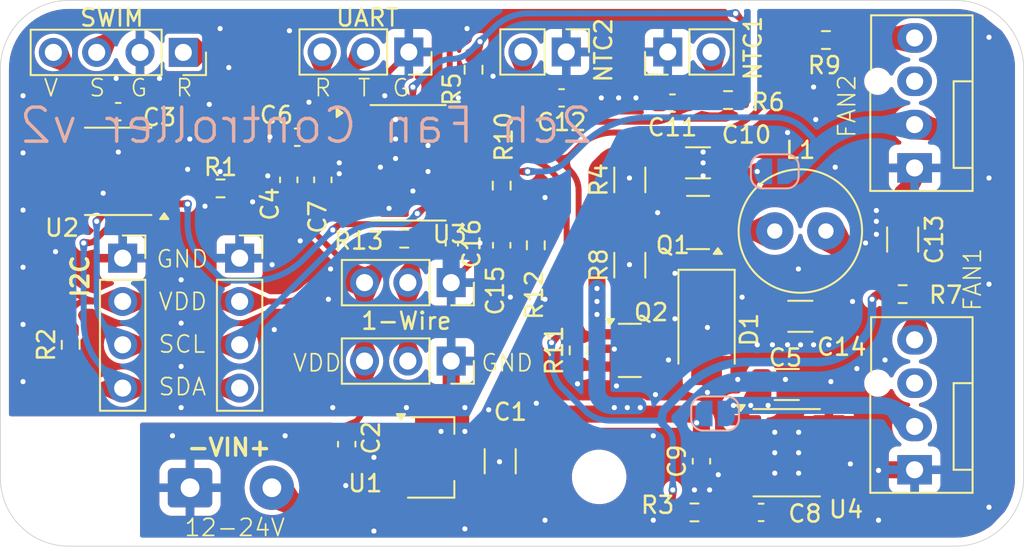
<source format=kicad_pcb>
(kicad_pcb (version 20240108) (generator "pcbnew") (generator_version "8.0")
  (layers (0 "F.Cu" signal) (31 "B.Cu" signal) (34 "B.Paste" user) (35 "F.Paste" user) (36 "B.SilkS" user "B.Silkscreen") (37 "F.SilkS" user "F.Silkscreen") (38 "B.Mask" user) (39 "F.Mask" user) (44 "Edge.Cuts" user))
  (net 0 "")
  (net 1 "GND")
  (net 2 "/V12_24")
  (net 3 "/V5_33")
  (net 4 "/PWMP1")
  (net 5 "Net-(J6-Pin_1)")
  (net 6 "Net-(U3-VCAP)")
  (net 7 "Net-(U4-VSET)")
  (net 8 "/NTC1")
  (net 9 "/NTC2")
  (net 10 "/PWMP2")
  (net 11 "/AIN")
  (net 12 "Net-(D1-K)")
  (net 13 "/SDA")
  (net 14 "/SCL")
  (net 15 "/1_WIRE")
  (net 16 "/SWIM")
  (net 17 "/RX")
  (net 18 "/TX")
  (net 20 "Net-(J9-Pin_4)")
  (net 21 "Net-(J10-Pin_4)")
  (net 23 "Net-(Q1-G)")
  (net 24 "Net-(Q2-D)")
  (net 25 "/PWM2")
  (net 26 "/PWM1")
  (footprint "Package_TO_SOT_SMD:SOT-23" (layer "F.Cu") (at 161.5 91 180)
    (property "Reference" "Q1")
    (property "Value" "AO3401A")
  )
  (footprint "Connector_PinSocket_2.54mm:PinSocket_1x03_P2.54mm_Vertical" (layer "F.Cu") (at 147.025 94.525 -90)
    (property "Reference" "J4" (hide yes))
    (property "Value" "1-Wire")
  )
  (footprint "Package_SO:SOIC-8-1EP_3.9x4.9mm_P1.27mm_EP2.41x3.3mm_ThermalVias" (layer "F.Cu") (at 166.7 104.5)
    (property "Reference" "U4")
    (property "Value" "~")
  )
  (footprint "Resistor_SMD:R_0603_1608Metric" (layer "F.Cu") (at 169 80.3)
    (property "Reference" "R9")
    (property "Value" "100")
  )
  (footprint "Capacitor_SMD:C_0603_1608Metric" (layer "F.Cu") (at 127.5 84.5)
    (property "Reference" "C3")
    (property "Value" "0.1uF")
  )
  (footprint "Capacitor_SMD:C_0603_1608Metric" (layer "F.Cu") (at 165.2 108 180)
    (property "Reference" "C8")
    (property "Value" "1uF")
  )
  (footprint "Diode_SMD:D_SMA" (layer "F.Cu") (at 162 97.282 -90)
    (property "Reference" "D1")
    (property "Value" "SS14")
  )
  (footprint "Connector_PinSocket_2.54mm:PinSocket_1x04_P2.54mm_Vertical" (layer "F.Cu") (at 127.762 93.091)
    (property "Reference" "J2" (hide yes))
    (property "Value" "I2C")
  )
  (footprint "MountingHole:MountingHole_2.7mm_M2.5" (layer "F.Cu") (at 124.594 105.978)
    (property "Reference" "H2" (hide yes))
    (property "Value" "MountingHole" (hide yes))
  )
  (footprint "Capacitor_SMD:C_1206_3216Metric" (layer "F.Cu") (at 161.5 87.5 180)
    (property "Reference" "C10")
    (property "Value" "10uF")
  )
  (footprint "Capacitor_SMD:C_0603_1608Metric" (layer "F.Cu") (at 160 84 180)
    (property "Reference" "C11")
    (property "Value" "0.1uF")
  )
  (footprint "Capacitor_SMD:C_0603_1608Metric" (layer "F.Cu") (at 153.5 83.693 180)
    (property "Reference" "C12")
    (property "Value" "0.1uF")
  )
  (footprint "Resistor_SMD:R_0603_1608Metric" (layer "F.Cu") (at 161.29 108)
    (property "Reference" "R3")
    (property "Value" "100k")
  )
  (footprint "Package_SO:TSSOP-20_4.4x6.5mm_P0.65mm" (layer "F.Cu") (at 144.5 87.5)
    (property "Reference" "U3")
    (property "Value" "STM8S003F3P")
  )
  (footprint "Resistor_SMD:R_0603_1608Metric" (layer "F.Cu") (at 163.259 83.82)
    (property "Reference" "R6")
    (property "Value" "10k")
  )
  (footprint "Connector_PinSocket_2.54mm:PinSocket_1x04_P2.54mm_Vertical" (layer "F.Cu") (at 134.62 93.091)
    (property "Reference" "J3" (hide yes))
    (property "Value" "I2C")
  )
  (footprint "Capacitor_SMD:C_0603_1608Metric" (layer "F.Cu") (at 138 86 180)
    (property "Reference" "C6")
    (property "Value" "10nF")
  )
  (footprint "Capacitor_SMD:C_0603_1608Metric" (layer "F.Cu") (at 139.5 88.5 -90)
    (property "Reference" "C7")
    (property "Value" "2.2uF")
  )
  (footprint "Resistor_SMD:R_1206_3216Metric" (layer "F.Cu") (at 157.5 88.5 90)
    (property "Reference" "R4")
    (property "Value" "820")
  )
  (footprint "Connector_PinHeader_2.54mm:PinHeader_1x02_P2.54mm_Vertical" (layer "F.Cu") (at 153.775 81 -90)
    (property "Reference" "J11" (hide yes))
    (property "Value" "NTC2")
  )
  (footprint "Capacitor_SMD:C_1206_3216Metric" (layer "F.Cu") (at 166.7 100.5)
    (property "Reference" "C5")
    (property "Value" "10uF")
  )
  (footprint "Capacitor_SMD:C_0603_1608Metric" (layer "F.Cu") (at 149.987 92.336 -90)
    (property "Reference" "C15")
    (property "Value" "10nF")
  )
  (footprint "Package_TO_SOT_SMD:SOT-89-3" (layer "F.Cu") (at 145.85 104.775)
    (property "Reference" "U1")
    (property "Value" "L78L05_SOT89")
  )
  (footprint "Connector_PinSocket_2.54mm:PinSocket_1x04_P2.54mm_Vertical" (layer "F.Cu") (at 131.318 81.026 -90)
    (property "Reference" "J6" (hide yes))
    (property "Value" "SWIM")
  )
  (footprint "Connector_PinSocket_2.54mm:PinSocket_1x03_P2.54mm_Vertical" (layer "F.Cu") (at 144.54 81 -90)
    (property "Reference" "J7" (hide yes))
    (property "Value" "UART")
  )
  (footprint "Resistor_SMD:R_0603_1608Metric" (layer "F.Cu") (at 124.714 98.171 90)
    (property "Reference" "R2")
    (property "Value" "3.3k")
  )
  (footprint "Connector:FanPinHeader_1x04_P2.54mm_Vertical" (layer "F.Cu") (at 174.2 105.5 90)
    (property "Reference" "J9" (hide yes))
    (property "Value" "Output1")
  )
  (footprint "Inductor_THT:L_Radial_D7.0mm_P3.00mm" (layer "F.Cu") (at 166 91.5)
    (property "Reference" "L1")
    (property "Value" "150uH")
  )
  (footprint "Capacitor_SMD:C_1206_3216Metric" (layer "F.Cu") (at 173.5 92 -90)
    (property "Reference" "C13")
    (property "Value" "10uF")
  )
  (footprint "Capacitor_SMD:C_1206_3216Metric" (layer "F.Cu") (at 167.5 96.5)
    (property "Reference" "C14")
    (property "Value" "10uF")
  )
  (footprint "Capacitor_SMD:C_0603_1608Metric" (layer "F.Cu") (at 161.7 105 90)
    (property "Reference" "C9")
    (property "Value" "2.2uF")
  )
  (footprint "Resistor_SMD:R_0603_1608Metric" (layer "F.Cu") (at 173.5 95.2)
    (property "Reference" "R7")
    (property "Value" "100")
  )
  (footprint "Capacitor_SMD:C_1206_3216Metric" (layer "F.Cu") (at 149.9 105 90)
    (property "Reference" "C1")
    (property "Value" "10uF")
  )
  (footprint "Package_SO:SOIC-8_3.9x4.9mm_P1.27mm" (layer "F.Cu") (at 127.5 88 180)
    (property "Reference" "U2")
    (property "Value" "LM75C")
  )
  (footprint "Resistor_SMD:R_0603_1608Metric" (layer "F.Cu") (at 149.987 88.836 90)
    (property "Reference" "R10")
    (property "Value" "100k")
  )
  (footprint "Capacitor_SMD:C_0603_1608Metric" (layer "F.Cu") (at 140.9 104 -90)
    (property "Reference" "C2")
    (property "Value" "0.1uF")
  )
  (footprint "Connector_Wire:SolderWire-0.5sqmm_1x02_P4.8mm_D0.9mm_OD2.3mm" (layer "F.Cu") (at 131.712 106.553)
    (property "Reference" "J1" (hide yes))
    (property "Value" "Vin")
  )
  (footprint "Connector_PinHeader_2.54mm:PinHeader_1x02_P2.54mm_Vertical" (layer "F.Cu") (at 159.725 81 90)
    (property "Reference" "J8" (hide yes))
    (property "Value" "NTC1")
  )
  (footprint "Connector_PinSocket_2.54mm:PinSocket_1x03_P2.54mm_Vertical" (layer "F.Cu") (at 147.025 99.125 -90)
    (property "Reference" "J5" (hide yes))
    (property "Value" "1-Wire")
  )
  (footprint "MountingHole:MountingHole_2.7mm_M2.5" (layer "F.Cu") (at 155.702 105.918)
    (property "Reference" "H1" (hide yes))
    (property "Value" "MountingHole" (hide yes))
  )
  (footprint "Resistor_SMD:R_0603_1608Metric" (layer "F.Cu") (at 144.272 91.948)
    (property "Reference" "R13")
    (property "Value" "3.3k")
  )
  (footprint "Resistor_SMD:R_0603_1608Metric" (layer "F.Cu") (at 148.336 82.042 90)
    (property "Reference" "R5")
    (property "Value" "10k")
  )
  (footprint "Resistor_SMD:R_0603_1608Metric" (layer "F.Cu") (at 151.987 92.336 90)
    (property "Reference" "R12")
    (property "Value" "22k")
  )
  (footprint "Resistor_SMD:R_0603_1608Metric" (layer "F.Cu") (at 133.5 89 180)
    (property "Reference" "R1")
    (property "Value" "3.3k")
  )
  (footprint "Resistor_SMD:R_0603_1608Metric" (layer "F.Cu") (at 154.5 98.5 90)
    (property "Reference" "R11")
    (property "Value" "10k")
  )
  (footprint "Capacitor_SMD:C_0402_1005Metric_Pad0.74x0.62mm_HandSolder" (layer "F.Cu") (at 147.066 92.2441 -90)
    (property "Reference" "C16")
    (property "Value" "180pF")
  )
  (footprint "Connector:FanPinHeader_1x04_P2.54mm_Vertical" (layer "F.Cu") (at 174.2 87.8 90)
    (property "Reference" "J10" (hide yes))
    (property "Value" "Output2")
  )
  (footprint "Package_TO_SOT_SMD:SOT-23" (layer "F.Cu") (at 157.5 98.5)
    (property "Reference" "Q2")
    (property "Value" "BSS138")
  )
  (footprint "Capacitor_SMD:C_0603_1608Metric" (layer "F.Cu") (at 137.5 88.5 90)
    (property "Reference" "C4")
    (property "Value" "1uF")
  )
  (footprint "Resistor_SMD:R_1206_3216Metric" (layer "F.Cu") (at 157.5 93.5 90)
    (property "Reference" "R8")
    (property "Value" "820")
  )
  (footprint "Jumper:SolderJumper-2_P1.3mm_Open_RoundedPad1.0x1.5mm" (layer "B.Cu") (at 166 88)
    (property "Reference" "JP2" (hide yes))
    (property "Value" "Jumper_2_Bridged")
  )
  (footprint "Jumper:SolderJumper-2_P1.3mm_Open_RoundedPad1.0x1.5mm" (layer "B.Cu") (at 162.5 102.2)
    (property "Reference" "JP1" (hide yes))
    (property "Value" "Jumper_2_Bridged")
  )
  (gr_line (start 124.594 77.978) (end 176.594 77.978) (stroke (width 0.05)) (layer "Edge.Cuts"))
  (gr_line (start 120.594 105.978) (end 120.594 81.978) (stroke (width 0.05)) (layer "Edge.Cuts"))
  (gr_arc (start 124.594 109.978) (mid 121.765573 108.806427) (end 120.594 105.978) (stroke (width 0.05)) (layer "Edge.Cuts"))
  (gr_arc (start 120.594 81.978) (mid 121.765573 79.149573) (end 124.594 77.978) (stroke (width 0.05)) (layer "Edge.Cuts"))
  (gr_arc (start 180.594 105.978) (mid 179.422427 108.806427) (end 176.594 109.978) (stroke (width 0.05)) (layer "Edge.Cuts"))
  (gr_arc (start 176.594 77.978) (mid 179.422427 79.149573) (end 180.594 81.978) (stroke (width 0.05)) (layer "Edge.Cuts"))
  (gr_line (start 176.594 109.978) (end 124.594 109.978) (stroke (width 0.05)) (layer "Edge.Cuts"))
  (gr_line (start 180.594 81.978) (end 180.594 105.978) (stroke (width 0.05)) (layer "Edge.Cuts"))
  (gr_text "2ch Fan Controller v2" (at 155.448 86.487 0) (layer "B.SilkS") (effects (font (size 2 2) (thickness 0.2) (bold yes)) (justify left bottom mirror)))
  (gr_text "FAN1" (at 178.181 96.266 90) (layer "F.SilkS") (effects (font (size 1 1) (thickness 0.1)) (justify left bottom)))
  (gr_text "-VIN+" (at 131.445 104.775 0) (layer "F.SilkS") (effects (font (size 1 1) (thickness 0.2) (bold yes)) (justify left bottom)))
  (gr_text "R" (at 138.938 83.693 0) (layer "F.SilkS") (effects (font (size 1 1) (thickness 0.1)) (justify left bottom)))
  (gr_text "R" (at 130.81 83.693 0) (layer "F.SilkS") (effects (font (size 1 1) (thickness 0.1)) (justify left bottom)))
  (gr_text "S" (at 125.73 83.693 0) (layer "F.SilkS") (effects (font (size 1 1) (thickness 0.1)) (justify left bottom)))
  (gr_text "SDA" (at 129.794 101.219 0) (layer "F.SilkS") (effects (font (size 1 1) (thickness 0.1)) (justify left bottom)))
  (gr_text "VDD" (at 137.668 99.822 0) (layer "F.SilkS") (effects (font (size 1 1) (thickness 0.1)) (justify left bottom)))
  (gr_text "G" (at 128.143 83.693 0) (layer "F.SilkS") (effects (font (size 1 1) (thickness 0.1)) (justify left bottom)))
  (gr_text "G" (at 143.51 83.693 0) (layer "F.SilkS") (effects (font (size 1 1) (thickness 0.1)) (justify left bottom)))
  (gr_text "GND" (at 129.667 93.726 0) (layer "F.SilkS") (effects (font (size 1 1) (thickness 0.1)) (justify left bottom)))
  (gr_text "V" (at 123.063 83.693 0) (layer "F.SilkS") (effects (font (size 1 1) (thickness 0.1)) (justify left bottom)))
  (gr_text "FAN2" (at 170.815 86.106 90) (layer "F.SilkS") (effects (font (size 1 1) (thickness 0.1)) (justify left bottom)))
  (gr_text "GND" (at 148.717 99.822 0) (layer "F.SilkS") (effects (font (size 1 1) (thickness 0.1)) (justify left bottom)))
  (gr_text "SCL" (at 129.794 98.721332 0) (layer "F.SilkS") (effects (font (size 1 1) (thickness 0.1)) (justify left bottom)))
  (gr_text "I2C" (at 125.857 95.504 90) (layer "F.SilkS") (effects (font (size 1 1) (thickness 0.2) (bold yes)) (justify left bottom)))
  (gr_text "VDD" (at 129.794 96.223666 0) (layer "F.SilkS") (effects (font (size 1 1) (thickness 0.1)) (justify left bottom)))
  (gr_text "12-24V" (at 131.318 109.474 0) (layer "F.SilkS") (effects (font (size 1 1) (thickness 0.1)) (justify left bottom)))
  (gr_text "T" (at 141.478 83.693 0) (layer "F.SilkS") (effects (font (size 1 1) (thickness 0.1)) (justify left bottom)))
  (segment (start 168.211434 108) (end 165.975 108) (width 0.35) (layer "F.Cu") (net 1))
  (segment (start 147.025 102.08539) (end 147.025 99.125) (width 1) (layer "F.Cu") (net 1))
  (segment (start 159.100228 99.45) (end 156.5625 99.45) (width 0.35) (layer "F.Cu") (net 1))
  (segment (start 136.3345 86.0425) (end 136.398 85.979) (width 0.35) (layer "F.Cu") (net 1))
  (segment (start 177.261184 108.458) (end 172.085 108.458) (width 0.5) (layer "F.Cu") (net 1))
  (segment (start 164.084 95.377) (end 164.084 97.086987) (width 0.5) (layer "F.Cu") (net 1))
  (segment (start 164.4015 97.8535) (end 164.629197 98.081197) (width 0.5) (layer "F.Cu") (net 1))
  (segment (start 136.181197 86.106) (end 131.699 86.106) (width 0.35) (layer "F.Cu") (net 1))
  (segment (start 136.4085 85.9895) (end 136.398 85.979) (width 0.35) (layer "F.Cu") (net 1))
  (segment (start 145.986521 87.825) (end 147.3625 87.825) (width 0.35) (layer "F.Cu") (net 1))
  (segment (start 169.175 107.423221) (end 169.175 106.405) (width 0.35) (layer "F.Cu") (net 1))
  (segment (start 148.717 93.146514) (end 148.7424 93.171914) (width 0.35) (layer "F.Cu") (net 1))
  (segment (start 168.885 107.721) (end 169.1585 107.4475) (width 0.35) (layer "F.Cu") (net 1))
  (segment (start 169.1585 107.4475) (end 169.1695 107.4365) (width 0.35) (layer "F.Cu") (net 1))
  (segment (start 141.6375 87.667) (end 141.6375 88.475) (width 0.35) (layer "F.Cu") (net 1))
  (segment (start 147.066 102.385691) (end 147.066 102.184373) (width 1) (layer "F.Cu") (net 1))
  (segment (start 171.544093 105.5) (end 172.021837 105.5) (width 1) (layer "F.Cu") (net 1))
  (segment (start 170.815 99.568) (end 170.322407 100.060592) (width 0.5) (layer "F.Cu") (net 1))
  (segment (start 169.175 101.8015) (end 169.175 106.405) (width 0.35) (layer "F.Cu") (net 1))
  (segment (start 154.275 83.254553) (end 154.275 84) (width 0.35) (layer "F.Cu") (net 1))
  (segment (start 139.514495 87.710504) (end 139.611 87.614) (width 0.35) (layer "F.Cu") (net 1))
  (segment (start 128.27 83.29021) (end 128.27 84.491464) (width 0.35) (layer "F.Cu") (net 1))
  (segment (start 140.462 87.84228) (end 140.462 87.503) (width 0.35) (layer "F.Cu") (net 1))
  (segment (start 154.625 99.45) (end 154.5 99.325) (width 0.5) (layer "F.Cu") (net 1))
  (segment (start 159.571 99.255) (end 159.766 99.06) (width 0.35) (layer "F.Cu") (net 1))
  (segment (start 142.494 109.093) (end 142.5575 109.0295) (width 0.5) (layer "F.Cu") (net 1))
  (segment (start 142.710802 108.966) (end 147.828 108.966) (width 0.5) (layer "F.Cu") (net 1))
  (segment (start 170.117333 97.329544) (end 169.315432 98.131445) (width 0.5) (layer "F.Cu") (net 1))
  (segment (start 141.727757 83.824242) (end 141.68475 83.86725) (width 0.35) (layer "F.Cu") (net 1))
  (segment (start 136.433849 86) (end 137.225 86) (width 0.35) (layer "F.Cu") (net 1))
  (segment (start 170.561 96.258439) (end 170.561 95.631) (width 0.5) (layer "F.Cu") (net 1))
  (segment (start 164.973 98.171) (end 164.846 98.171) (width 0.5) (layer "F.Cu") (net 1))
  (segment (start 158.877 108.458) (end 152.527 108.458) (width 0.5) (layer "F.Cu") (net 1))
  (segment (start 136.596024 86.095) (end 137.13 86.095) (width 0.35) (layer "F.Cu") (net 1))
  (segment (start 158.877 103.505) (end 158.877 108.458) (width 0.5) (layer "F.Cu") (net 1))
  (segment (start 145.232092 104.449907) (end 146.903146 102.778853) (width 1) (layer "F.Cu") (net 1))
  (segment (start 142.849999 87.731999) (end 142.875 87.757) (width 0.35) (layer "F.Cu") (net 1))
  (segment (start 161.798 88.265) (end 162.004 88.265) (width 1) (layer "F.Cu") (net 1))
  (segment (start 173.5 90.525) (end 172.34722 90.525) (width 1) (layer "F.Cu") (net 1))
  (segment (start 178.181 108.077) (end 178.562 107.696) (width 0.5) (layer "F.Cu") (net 1))
  (segment (start 159.225 83.317553) (end 159.225 84) (width 0.35) (layer "F.Cu") (net 1))
  (segment (start 178.562 94.615) (end 178.562 88.392) (width 0.5) (layer "F.Cu") (net 1))
  (segment (start 172.085 108.458) (end 170.89842 108.458) (width 0.5) (layer "F.Cu") (net 1))
  (segment (start 169.175 105.135) (end 167.784012 105.135) (width 1) (layer "F.Cu") (net 1))
  (segment (start 168.31 100.9365) (end 169.175 101.8015) (width 0.35) (layer "F.Cu") (net 1))
  (segment (start 161.524991 106.445008) (end 161.29 106.68) (width 0.5) (layer "F.Cu") (net 1))
  (segment (start 128.778 82.063789) (end 128.778 81.026) (width 0.35) (layer "F.Cu") (net 1))
  (segment (start 140.462 87.925719) (end 140.462 87.84228) (width 0.35) (layer "F.Cu") (net 1))
  (segment (start 141.6375 84.575) (end 141.6375 83.981321) (width 0.35) (layer "F.Cu") (net 1))
  (segment (start 139.4795 87.725) (end 137.694454 87.725) (width 0.35) (layer "F.Cu") (net 1))
  (segment (start 144.78 89.154) (end 143.898703 90.035296) (width 0.35) (layer "F.Cu") (net 1))
  (segment (start 168.175 100.9365) (end 168.175 100.0635) (width 0.35) (layer "F.Cu") (net 1))
  (segment (start 153.775 81) (end 159.725 81) (width 0.35) (layer "F.Cu") (net 1))
  (segment (start 142.685 90.425) (end 142.811 90.425) (width 0.35) (layer "F.Cu") (net 1))
  (segment (start 131.680221 86.095) (end 129.975 86.095) (width 0.35) (layer "F.Cu") (net 1))
  (segment (start 171.958 90.297) (end 172.072 90.411) (width 1) (layer "F.Cu") (net 1))
  (segment (start 168.175 100.9365) (end 168.31 100.9365) (width 0.35) (layer "F.Cu") (net 1))
  (segment (start 142.798905 87.798906) (end 142.824999 87.772813) (width 0.35) (layer "F.Cu") (net 1))
  (segment (start 139.878977 87.503) (end 140.462 87.503) (width 0.35) (layer "F.Cu") (net 1))
  (segment (start 169.291 100.33) (end 169.672 100.33) (width 0.5) (layer "F.Cu") (net 1))
  (segment (start 142.873292 90.425) (end 142.811 90.425) (width 0.35) (layer "F.Cu") (net 1))
  (segment (start 178.562 107.696) (end 178.562 94.615) (width 0.5) (layer "F.Cu") (net 1))
  (segment (start 173.930238 88.832761) (end 173.491 89.272) (width 1) (layer "F.Cu") (net 1))
  (segment (start 140.2715 106.426) (end 140.843 106.426) (width 0.5) (layer "F.Cu") (net 1))
  (segment (start 159.725 81) (end 159.725 82.110446) (width 0.35) (layer "F.Cu") (net 1))
  (segment (start 174.2 88.1815) (end 174.2 87.8) (width 1) (layer "F.Cu") (net 1))
  (segment (start 137.225 86) (end 137.225 87.255545) (width 0.35) (layer "F.Cu") (net 1))
  (segment (start 140.462 88.138) (end 140.462 87.925719) (width 0.35) (layer "F.Cu") (net 1))
  (segment (start 142.811 90.425) (end 142.685 90.425) (width 0.35) (layer "F.Cu") (net 1))
  (segment (start 168.175 100.0635) (end 168.175 98.34171) (width 0.35) (layer "F.Cu") (net 1))
  (segment (start 165.024283 94.436716) (end 164.084 95.377) (width 0.5) (layer "F.Cu") (net 1))
  (segment (start 172.148162 105.5) (end 174.2 105.5) (width 1) (layer "F.Cu") (net 1))
  (segment (start 149.13187 103.525) (end 149.9 103.525) (width 0.35) (layer "F.Cu") (net 1))
  (segment (start 144.44725 104.775) (end 144.436512 104.775) (width 1) (layer "F.Cu") (net 1))
  (segment (start 169.291 100.33) (end 169.206 100.415) (width 1) (layer "F.Cu") (net 1))
  (segment (start 162.318198 99) (end 164.641821 99) (width 0.35) (layer "F.Cu") (net 1))
  (segment (start 145.762 87.918) (end 145.669 88.011) (width 0.35) (layer "F.Cu") (net 1))
  (segment (start 142.685 90.425) (end 141.6375 90.425) (width 0.35) (layer "F.Cu") (net 1))
  (segment (start 142.824999 87.671642) (end 142.824999 87.423345) (width 0.35) (layer "F.Cu") (net 1))
  (segment (start 159.766 99.06) (end 159.961 99.255) (width 0.35) (layer "F.Cu") (net 1))
  (segment (start 130.683 103.505) (end 137.287 103.505) (width 0.5) (layer "F.Cu") (net 1))
  (segment (start 169.164 98.171) (end 164.973 98.171) (width 0.5) (layer "F.Cu") (net 1))
  (segment (start 140.562719 87.825) (end 141.6375 87.825) (width 0.35) (layer "F.Cu") (net 1))
  (segment (start 169.164 98.171) (end 169.219939 98.171) (width 0.5) (layer "F.Cu") (net 1))
  (segment (start 149.987 93.111) (end 149.215 93.111) (width 0.35) (layer "F.Cu") (net 1))
  (segment (start 142.824999 86.856037) (end 142.824999 87.423345) (width 0.35) (layer "F.Cu") (net 1))
  (segment (start 142.824999 85.301334) (end 142.824999 86.856037) (width 0.35) (layer "F.Cu") (net 1))
  (segment (start 141.736242 83.803757) (end 144.54 81) (width 0.35) (layer "F.Cu") (net 1))
  (segment (start 161.7 106.0225) (end 161.7 105.775) (width 0.5) (layer "F.Cu") (net 1))
  (segment (start 142.8745 90.4245) (end 142.875 90.424) (width 0.35) (layer "F.Cu") (net 1))
  (segment (start 145.669 88.011) (end 145.669 86.487) (width 0.35) (layer "F.Cu") (net 1))
  (segment (start 166.025 98.171) (end 166.025 96.5) (width 0.35) (layer "F.Cu") (net 1))
  (segment (start 139.5205 87.725) (end 139.4795 87.725) (width 0.35) (layer "F.Cu") (net 1))
  (segment (start 161.875008 106.445008) (end 162.085604 106.655604) (width 0.5) (layer "F.Cu") (net 1))
  (segment (start 137.287 103.505) (end 138.123394 104.341394) (width 0.5) (layer "F.Cu") (net 1))
  (segment (start 147.025 99.125) (end 147.025 94.527) (width 0.35) (layer "F.Cu") (net 1))
  (segment (start 142.098664 84.575) (end 141.6375 84.575) (width 0.35) (layer "F.Cu") (net 1))
  (segment (start 169.1695 107.4475) (end 169.672 107.95) (width 0.5) (layer "F.Cu") (net 1))
  (segment (start 136.398 85.979) (end 136.456 86.037) (width 0.35) (layer "F.Cu") (net 1))
  (segment (start 142.824999 88.415667) (end 142.824999 87.842357) (width 0.35) (layer "F.Cu") (net 1))
  (segment (start 162.535686 87.060686) (end 162.9735 87.4985) (width 1) (layer "F.Cu") (net 1))
  (segment (start 147.025 94.525) (end 147.025 92.8526) (width 0.35) (layer "F.Cu") (net 1))
  (segment (start 156.5625 99.45) (end 154.625 99.45) (width 0.5) (layer "F.Cu") (net 1))
  (segment (start 172.085 105.537) (end 172.1035 105.5185) (width 1) (layer "F.Cu") (net 1))
  (segment (start 172.085 105.537) (end 172.0665 105.5185) (width 1) (layer "F.Cu") (net 1))
  (segment (start 171.1035 105.3175) (end 171.085755 105.299755) (width 1) (layer "F.Cu") (net 1))
  (segment (start 168.6115 100.5) (end 169.000791 100.5) (width 1) (layer "F.Cu") (net 1))
  (segment (start 141.6375 87.339) (end 141.6375 87.199967) (width 0.35) (layer "F.Cu") (net 1))
  (segment (start 162.0705 86.868) (end 161.798 86.868) (width 1) (layer "F.Cu") (net 1))
  (segment (start 171.958 90.297) (end 171.958 91.694) (width 1) (layer "F.Cu") (net 1))
  (segment (start 147.030414 94.523585) (end 147.897113 93.656886) (width 0.35) (layer "F.Cu") (net 1))
  (segment (start 171.831 91.694) (end 171.323 92.202) (width 0.35) (layer "F.Cu") (net 1))
  (segment (start 170.469849 105.135) (end 170.688 105.135) (width 1) (layer "F.Cu") (net 1))
  (segment (start 139.295888 106.021888) (end 138.482605 105.208605) (width 0.5) (layer "F.Cu") (net 1))
  (segment (start 127.762 93.091) (end 134.62 93.091) (width 0.35) (layer "F.Cu") (net 1))
  (segment (start 145.669 88.138) (end 145.669 88.011) (width 0.35) (layer "F.Cu") (net 1))
  (segment (start 167.0175 104.8175) (end 166.7 104.5) (width 1) (layer "F.Cu") (net 1))
  (segment (start 148.717 92.202) (end 148.717 93.146514) (width 0.35) (layer "F.Cu") (net 1))
  (segment (start 170.815 99.568) (end 171.069 99.314) (width 0.5) (layer "F.Cu") (net 1))
  (segment (start 172.466 99.06) (end 171.68221 99.06) (width 0.5) (layer "F.Cu") (net 1))
  (segment (start 151.659789 108.966) (end 147.828 108.966) (width 0.5) (layer "F.Cu") (net 1))
  (segment (start 141.6375 87.825) (end 142.73591 87.825) (width 0.35) (layer "F.Cu") (net 1))
  (segment (start 142.947687 90.425) (end 142.811 90.425) (width 0.35) (layer "F.Cu") (net 1))
  (segment (start 149.987 93.111) (end 151.901644 93.111) (width 0.35) (layer "F.Cu") (net 1))
  (segment (start 170.4235 105.1455) (end 170.434 105.156) (width 1) (layer "F.Cu") (net 1))
  (segment (start 167.3225 93.7895) (end 167.386 93.726) (width 0.5) (layer "F.Cu") (net 1))
  (segment (start 170.4445 105.1455) (end 170.434 105.156) (width 1) (layer "F.Cu") (net 1))
  (segment (start 143.383 90.17) (end 143.5735 90.17) (width 0.35) (layer "F.Cu") (net 1))
  (segment (start 173.5 89.311727) (end 173.5 90.525) (width 1) (layer "F.Cu") (net 1))
  (segment (start 144.78 89.154) (end 145.579197 88.354802) (width 0.35) (layer "F.Cu") (net 1))
  (segment (start 162.355663 88.119336) (end 162.9735 87.5015) (width 1) (layer "F.Cu") (net 1))
  (segment (start 129.331699 86.095) (end 129.975 86.095) (width 0.35) (layer "F.Cu") (net 1))
  (segment (start 142.765666 88.475) (end 141.6375 88.475) (width 0.35) (layer "F.Cu") (net 1))
  (segment (start 153.775 82.047446) (end 153.775 81) (width 0.35) (layer "F.Cu") (net 1))
  (segment (start 128.275 84.503535) (end 128.275 85.0383) (width 0.35) (layer "F.Cu") (net 1))
  (segment (start 162.969878 87.503) (end 161.798 87.503) (width 1) (layer "F.Cu") (net 1))
  (segment (start 160.431771 99.45) (end 161.231801 99.45) (width 0.35) (layer "F.Cu") (net 1))
  (segment (start 164.973 98.171) (end 164.973 98.668821) (width 0.35) (layer "F.Cu") (net 1))
  (segment (start 147.647129 104.14) (end 145.071512 104.14) (width 0.35) (layer "F.Cu") (net 1))
  (segment (start 171.958 91.694) (end 171.831 91.694) (width 0.35) (layer "F.Cu") (net 1))
  (segment (start 162.179 106.68) (end 162.1445 106.68) (width 0.5) (layer "F.Cu") (net 1))
  (segment (start 142.541345 87.139691) (end 141.697776 87.139691) (width 0.35) (layer "F.Cu") (net 1))
  (segment (start 139.555495 87.739495) (end 139.774394 87.958394) (width 0.35) (layer "F.Cu") (net 1))
  (segment (start 143.383 90.17) (end 143.2555 90.2975) (width 0.35) (layer "F.Cu") (net 1))
  (segment (start 140.462 88.138) (end 140.208 88.138) (width 0.35) (layer "F.Cu") (net 1))
  (segment (start 166.4335 93.853) (end 167.169197 93.853) (width 0.5) (layer "F.Cu") (net 1))
  (segment (start 142.849999 87.782) (end 142.875 87.757) (width 0.35) (layer "F.Cu") (net 1))
  (segment (start 152.273 108.712) (end 152.527 108.458) (width 0.5) (layer "F.Cu") (net 1))
  (segment (start 168.275 98.171) (end 168.225 98.221) (width 0.35) (layer "F.Cu") (net 1))
  (segment (start 169.175 105.135) (end 170.39815 105.135) (width 1) (layer "F.Cu") (net 1))
  (segment (start 131.699 86.106) (end 131.6935 86.1005) (width 0.35) (layer "F.Cu") (net 1))
  (segment (start 157.861 83.693) (end 154.275 83.693) (width 1) (layer "F.Cu") (net 1))
  (segment (start 151.962 93.136) (end 151.987 93.161) (width 0.35) (layer "F.Cu") (net 1))
  (segment (start 141.6375 87.339) (end 141.6375 87.667) (width 0.35) (layer "F.Cu") (net 1))
  (segment (start 178.562 80.137) (end 178.562 88.392) (width 0.5) (layer "F.Cu") (net 1))
  (segment (start 147.025 92.8526) (end 147.066 92.8116) (width 0.35) (layer "F.Cu") (net 1))
  (via (at 167.513 98.171) (size 0.5) (drill 0.3) (layers "F.Cu" "B.Cu") (net 1))
  (via (at 142.494 104.775) (size 0.5) (drill 0.3) (layers "F.Cu" "B.Cu") (net 1))
  (via (at 131.572 87.884) (size 0.5) (drill 0.3) (layers "F.Cu" "B.Cu") (net 1))
  (via (at 138.176 92.075) (size 0.5) (drill 0.3) (layers "F.Cu" "B.Cu") (net 1))
  (via (at 152.527 89.535) (size 0.5) (drill 0.3) (layers "F.Cu" "B.Cu") (net 1))
  (via (at 169.291 100.33) (size 0.5) (drill 0.3) (layers "F.Cu" "B.Cu") (net 1))
  (via (at 139.954 93.726) (size 0.6) (drill 0.3) (layers "F.Cu" "B.Cu") (net 1))
  (via (at 168.275 98.171) (size 0.5) (drill 0.3) (layers "F.Cu" "B.Cu") (net 1))
  (via (at 139.827 95.504) (size 0.5) (drill 0.3) (layers "F.Cu" "B.Cu") (net 1))
  (via (at 160.147 93.98) (size 0.5) (drill 0.3) (layers "F.Cu" "B.Cu") (net 1))
  (via (at 137.541 79.756) (size 0.5) (drill 0.3) (layers "F.Cu" "B.Cu") (net 1))
  (via (at 170.561 95.631) (size 0.5) (drill 0.3) (layers "F.Cu" "B.Cu") (net 1))
  (via (at 149.225 101.981) (size 0.5) (drill 0.3) (layers "F.Cu" "B.Cu") (net 1))
  (via (at 169.164 98.171) (size 0.5) (drill 0.3) (layers "F.Cu" "B.Cu") (net 1))
  (via (at 136.652 97.282) (size 0.5) (drill 0.3) (layers "F.Cu" "B.Cu") (net 1))
  (via (at 138.684 83.947) (size 0.5) (drill 0.3) (layers "F.Cu" "B.Cu") (net 1))
  (via (at 132.588 90.043) (size 0.5) (drill 0.3) (layers "F.Cu" "B.Cu") (net 1))
  (via (at 171.323 92.202) (size 0.5) (drill 0.3) (layers "F.Cu" "B.Cu") (net 1))
  (via (at 167.386 93.726) (size 0.5) (drill 0.3) (layers "F.Cu" "B.Cu") (net 1))
  (via (at 161.798 87.503) (size 0.5) (drill 0.3) (layers "F.Cu" "B.Cu") (net 1))
  (via (at 150.495 95.377) (size 0.5) (drill 0.3) (layers "F.Cu" "B.Cu") (net 1))
  (via (at 143.764 86.106) (size 0.5) (drill 0.3) (layers "F.Cu" "B.Cu") (net 1))
  (via (at 143.764 87.249) (size 0.5) (drill 0.3) (layers "F.Cu" "B.Cu") (net 1))
  (via (at 140.462 87.503) (size 0.5) (drill 0.3) (layers "F.Cu" "B.Cu") (net 1))
  (via (at 162.052 97.155) (size 0.5) (drill 0.3) (layers "F.Cu" "B.Cu") (net 1))
  (via (at 152.527 108.458) (size 0.5) (drill 0.3) (layers "F.Cu" "B.Cu") (net 1))
  (via (at 129.921 82.55) (size 0.5) (drill 0.3) (layers "F.Cu" "B.Cu") (net 1))
  (via (at 157.48 88.392) (size 0.5) (drill 0.3) (layers "F.Cu" "B.Cu") (net 1))
  (via (at 121.92 90.2716) (size 0.5) (drill 0.3) (layers "F.Cu" "B.Cu") (net 1))
  (via (at 171.958 91.694) (size 0.5) (drill 0.3) (layers "F.Cu" "B.Cu") (net 1))
  (via (at 133.985 81.915) (size 0.5) (drill 0.3) (layers "F.Cu" "B.Cu") (net 1))
  (via (at 178.562 107.696) (size 0.5) (drill 0.3) (layers "F.Cu" "B.Cu") (net 1))
  (via (at 136.271 88.265) (size 0.5) (drill 0.3) (layers "F.Cu" "B.Cu") (net 1))
  (via (at 172.085 105.537) (size 0.5) (drill 0.3) (layers "F.Cu" "B.Cu") (net 1))
  (via (at 132.842 84.074) (size 0.5) (drill 0.3) (layers "F.Cu" "B.Cu") (net 1))
  (via (at 144.78 89.154) (size 0.5) (drill 0.3) (layers "F.Cu" "B.Cu") (net 1))
  (via (at 178.562 94.615) (size 0.5) (drill 0.3) (layers "F.Cu" "B.Cu") (net 1))
  (via (at 136.525 93.472) (size 0.5) (drill 0.3) (layers "F.Cu" "B.Cu") (net 1))
  (via (at 154.432 100.457) (size 0.5) (drill 0.3) (layers "F.Cu" "B.Cu") (net 1))
  (via (at 159.004 101.092) (size 0.5) (drill 0.3) (layers "F.Cu" "B.Cu") (net 1))
  (via (at 164.973 98.171) (size 0.5) (drill 0.3) (layers "F.Cu" "B.Cu") (net 1))
  (via (at 155.829 83.693) (size 0.5) (drill 0.3) (layers "F.Cu" "B.Cu") (net 1))
  (via (at 145.669 88.011) (size 0.5) (drill 0.3) (layers "F.Cu" "B.Cu") (net 1))
  (via (at 140.081 101.854) (size 0.5) (drill 0.3) (layers "F.Cu" "B.Cu") (net 1))
  (via (at 169.545 87.757) (size 0.5) (drill 0.3) (layers "F.Cu" "B.Cu") (net 1))
  (via (at 143.383 90.17) (size 0.5) (drill 0.3) (layers "F.Cu" "B.Cu") (net 1))
  (via (at 164.084 95.377) (size 0.5) (drill 0.3) (layers "F.Cu" "B.Cu") (net 1))
  (via (at 161.29 106.68) (size 0.5) (drill 0.3) (layers "F.Cu" "B.Cu") (net 1))
  (via (at 121.92 100.33) (size 0.5) (drill 0.3) (layers "F.Cu" "B.Cu") (net 1))
  (via (at 131.191 94.361) (size 0.6) (drill 0.3) (layers "F.Cu" "B.Cu") (net 1))
  (via (at 152.527 95.504) (size 0.5) (drill 0.3) (layers "F.Cu" "B.Cu") (net 1))
  (via (at 171.958 90.297) (size 0.5) (drill 0.3) (layers "F.Cu" "B.Cu") (net 1))
  (via (at 121.92 86.9188) (size 0.5) (drill 0.3) (layers "F.Cu" "B.Cu") (net 1))
  (via (at 161.798 86.868) (size 0.5) (drill 0.3) (layers "F.Cu" "B.Cu") (net 1))
  (via (at 121.92 96.9772) (size 0.5) (drill 0.3) (layers "F.Cu" "B.Cu") (net 1))
  (via (at 123.825 92.71) (size 0.5) (drill 0.3) (layers "F.Cu" "B.Cu") (net 1))
  (via (at 147.828 103.251) (size 0.5) (drill 0.3) (layers "F.Cu" "B.Cu") (net 1))
  (via (at 131.699 86.106) (size 0.5) (drill 0.3) (layers "F.Cu" "B.Cu") (net 1))
  (via (at 149.86 105.029) (size 0.5) (drill 0.3) (layers "F.Cu" "B.Cu") (net 1))
  (via (at 170.434 105.156) (size 0.5) (drill 0.3) (layers "F.Cu" "B.Cu") (net 1))
  (via (at 158.877 108.458) (size 0.5) (drill 0.3) (layers "F.Cu" "B.Cu") (net 1))
  (via (at 178.562 88.392) (size 0.5) (drill 0.3) (layers "F.Cu" "B.Cu") (net 1))
  (via (at 166.624 100.203) (size 0.5) (drill 0.3) (layers "F.Cu" "B.Cu") (net 1))
  (via (at 130.683 103.505) (size 0.5) (drill 0.3) (layers "F.Cu" "B.Cu") (net 1))
  (via (at 157.48 93.472) (size 0.5) (drill 0.3) (layers "F.Cu" "B.Cu") (net 1))
  (via (at 131.191 99.441) (size 0.5) (drill 0.3) (layers "F.Cu" "B.Cu") (net 1))
  (via (at 126.619 89.281) (size 0.5) (drill 0.3) (layers "F.Cu" "B.Cu") (net 1))
  (via (at 148.717 92.202) (size 0.5) (drill 0.3) (layers "F.Cu" "B.Cu") (net 1))
  (via (at 172.466 99.06) (size 0.5) (drill 0.3) (layers "F.Cu" "B.Cu") (net 1))
  (via (at 160.147 96.647) (size 0.5) (drill 0.3) (layers "F.Cu" "B.Cu") (net 1))
  (via (at 159.131 90.424) (size 0.5) (drill 0.3) (layers "F.Cu" "B.Cu") (net 1))
  (via (at 147.828 108.966) (size 0.5) (drill 0.3) (layers "F.Cu" "B.Cu") (net 1))
  (via (at 135.382 89.789) (size 0.5) (drill 0.3) (layers "F.Cu" "B.Cu") (net 1))
  (via (at 178.562 80.137) (size 0.5) (drill 0.3) (layers "F.Cu" "B.Cu") (net 1))
  (via (at 152.019 101.6) (size 0.5) (drill 0.3) (layers "F.Cu" "B.Cu") (net 1))
  (via (at 168.275 83.058) (size 0.5) (drill 0.3) (layers "F.Cu" "B.Cu") (net 1))
  (via (at 133.477 88.011) (size 0.5) (drill 0.3) (layers "F.Cu" "B.Cu") (net 1))
  (via (at 156.591 98.425) (size 0.5) (drill 0.3) (layers "F.Cu" "B.Cu") (net 1))
  (via (at 140.843 106.426) (size 0.5) (drill 0.3) (layers "F.Cu" "B.Cu") (net 1))
  (via (at 162.179 106.68) (size 0.5) (drill 0.3) (layers "F.Cu" "B.Cu") (net 1))
  (via (at 127.508 86.868) (size 0.5) (drill 0.3) (layers "F.Cu" "B.Cu") (net 1))
  (via (at 168.402 84.963) (size 0.5) (drill 0.3) (layers "F.Cu" "B.Cu") (net 1))
  (via (at 166.751 85.725) (size 0.5) (drill 0.3) (layers "F.Cu" "B.Cu") (net 1))
  (via (at 121.92 93.6244) (size 0.5) (drill 0.3) (layers "F.Cu" "B.Cu") (net 1))
  (via (at 146.431 103.251) (size 0.5) (drill 0.3) (layers "F.Cu" "B.Cu") (net 1))
  (via (at 171.958 90.932) (size 0.5) (drill 0.3) (layers "F.Cu" "B.Cu") (net 1))
  (via (at 127.381 82.55) (size 0.5) (drill 0.3) (layers "F.Cu" "B.Cu") (net 1))
  (via (at 131.191 96.901) (size 0.5) (drill 0.3) (layers "F.Cu" "B.Cu") (net 1))
  (via (at 145.669 86.487) (size 0.5) (drill 0.3) (layers "F.Cu" "B.Cu") (net 1))
  (via (at 131.191 101.854) (size 0.5) (drill 0.3) (layers "F.Cu" "B.Cu") (net 1))
  (via (at 166.751 98.171) (size 0.5) (drill 0.3) (layers "F.Cu" "B.Cu") (net 1))
  (via (at 149.479 82.423) (size 0.6) (drill 0.3) (layers "F.Cu" "B.Cu") (net 1))
  (via (at 163.83 100.203) (size 0.5) (drill 0.3) (layers "F.Cu" "B.Cu") (net 1))
  (via (at 170.815 99.568) (size 0.5) (drill 0.3) (layers "F.Cu" "B.Cu") (net 1))
  (via (at 142.494 109.093) (size 0.5) (drill 0.3) (layers "F.Cu" "B.Cu") (net 1))
  (via (at 147.447 83.693) (size 0.6) (drill 0.3) (layers "F.Cu" "B.Cu") (net 1))
  (via (at 143.764 84.963) (size 0.5) (drill 0.3) (layers "F.Cu" "B.Cu") (net 1))
  (via (at 121.92 83.566) (size 0.5) (drill 0.3) (layers "F.Cu" "B.Cu") (net 1))
  (via (at 142.875 87.757) (size 0.5) (drill 0.3) (layers "F.Cu" "B.Cu") (net 1))
  (via (at 136.398 85.979) (size 0.5) (drill 0.3) (layers "F.Cu" "B.Cu") (net 1))
  (via (at 143.129 83.566) (size 0.5) (drill 0.3) (layers "F.Cu" "B.Cu") (net 1))
  (via (at 158.877 103.505) (size 0.5) (drill 0.3) (layers "F.Cu" "B.Cu") (net 1))
  (via (at 137.287 103.505) (size 0.5) (drill 0.3) (layers "F.Cu" "B.Cu") (net 1))
  (via (at 133.477 79.629) (size 0.5) (drill 0.3) (layers "F.Cu" "B.Cu") (net 1))
  (via (at 140.462 88.138) (size 0.5) (drill 0.3) (layers "F.Cu" "B.Cu") (net 1))
  (via (at 157.861 83.693) (size 0.5) (drill 0.3) (layers "F.Cu" "B.Cu") (net 1))
  (via (at 162.052 100.965) (size 0.5) (drill 0.3) (layers "F.Cu" "B.Cu") (net 1))
  (via (at 172.085 108.458) (size 0.5) (drill 0.3) (layers "F.Cu" "B.Cu") (net 1))
  (via (at 161.798 88.265) (size 0.5) (drill 0.3) (layers "F.Cu" "B.Cu") (net 1))
  (via (at 156.845 83.693) (size 0.5) (drill 0.3) (layers "F.Cu" "B.Cu") (net 1))
  (via (at 144.399 101.854) (size 0.5) (drill 0.3) (layers "F.Cu" "B.Cu") (net 1))
  (via (at 159.766 99.06) (size 0.5) (drill 0.3) (layers "F.Cu" "B.Cu") (net 1))
  (via (at 147.955 79.629) (size 0.6) (drill 0.3) (layers "F.Cu" "B.Cu") (net 1))
  (via (at 165.862 98.171) (size 0.5) (drill 0.3) (layers "F.Cu" "B.Cu") (net 1))
  (via (at 156.718 100.584) (size 0.5) (drill 0.3) (layers "F.Cu" "B.Cu") (net 1))
  (via (at 162.687 105.791) (size 0.5) (drill 0.3) (layers "F.Cu" "B.Cu") (net 1))
  (via (at 147.828 101.854) (size 0.5) (drill 0.3) (layers "F.Cu" "B.Cu") (net 1))
  (arc (start 169.1695 107.4365) (mid 169.167221 107.442) (end 169.1695 107.4475) (width 0.35) (layer "F.Cu") (net 1))
  (arc (start 159.475 82.714) (mid 159.289972 82.990912) (end 159.225 83.317553) (width 0.35) (layer "F.Cu") (net 1))
  (arc (start 159.725 82.110446) (mid 159.660027 82.437087) (end 159.475 82.714) (width 0.35) (layer "F.Cu") (net 1))
  (arc (start 136.4085 85.9895) (mid 136.42013 85.997271) (end 136.433849 86) (width 0.35) (layer "F.Cu") (net 1))
  (arc (start 140.4915 87.8545) (mid 140.469666 87.887175) (end 140.462 87.925719) (width 0.35) (layer "F.Cu") (net 1))
  (arc (start 170.4235 105.1455) (mid 170.411869 105.137728) (end 170.39815 105.135) (width 1) (layer "F.Cu") (net 1))
  (arc (start 141.732 83.814) (mid 141.730897 83.819543) (end 141.727757 83.824242) (width 0.35) (layer "F.Cu") (net 1))
  (arc (start 142.849999 87.782) (mid 142.831496 87.809692) (end 142.824999 87.842357) (width 0.35) (layer "F.Cu") (net 1))
  (arc (start 162.9735 87.5015) (mid 162.974121 87.5) (end 162.9735 87.4985) (width 1) (layer "F.Cu") (net 1))
  (arc (start 142.807621 88.457622) (mid 142.788372 88.470483) (end 142.765666 88.475) (width 0.35) (layer "F.Cu") (net 1))
  (arc (start 140.462 87.84228) (mid 140.472667 87.858245) (end 140.4915 87.8545) (width 0.35) (layer "F.Cu") (net 1))
  (arc (start 145.071512 104.14) (mid 144.656678 104.222515) (end 144.305 104.4575) (width 0.35) (layer "F.Cu") (net 1))
  (arc (start 128.524 82.677) (mid 128.336012 82.958343) (end 128.27 83.29021) (width 0.35) (layer "F.Cu") (net 1))
  (arc (start 140.562719 87.825) (mid 140.524175 87.832666) (end 140.4915 87.8545) (width 0.35) (layer "F.Cu") (net 1))
  (arc (start 161.7 106.0225) (mid 161.745483 106.251159) (end 161.875008 106.445008) (width 0.5) (layer "F.Cu") (net 1))
  (arc (start 164.876 98.903) (mid 164.768557 98.97479) (end 164.641821 99) (width 0.35) (layer "F.Cu") (net 1))
  (arc (start 169.1695 107.4475) (mid 169.164 107.445221) (end 169.1585 107.4475) (width 0.5) (layer "F.Cu") (net 1))
  (arc (start 147.025 102.08539) (mid 147.030327 102.112175) (end 147.0455 102.134882) (width 1) (layer "F.Cu") (net 1))
  (arc (start 139.555495 87.739495) (mid 139.539439 87.728767) (end 139.5205 87.725) (width 0.35) (layer "F.Cu") (net 1))
  (arc (start 139.878977 87.503) (mid 139.733949 87.531847) (end 139.611 87.614) (width 0.35) (layer "F.Cu") (net 1))
  (arc (start 172.0665 105.5185) (mid 172.046008 105.504807) (end 172.021837 105.5) (width 1) (layer "F.Cu") (net 1))
  (arc (start 128.5845 85.7855) (mid 128.927317 86.014563) (end 129.331699 86.095) (width 0.35) (layer "F.Cu") (net 1))
  (arc (start 147.066 102.385691) (mid 147.023675 102.598468) (end 146.903146 102.778853) (width 1) (layer "F.Cu") (net 1))
  (arc (start 142.824999 87.671642) (mid 142.831496 87.704307) (end 142.849999 87.731999) (width 0.35) (layer "F.Cu") (net 1))
  (arc (start 162.9735 87.4985) (mid 162.974121 87.5) (end 162.9735 87.5015) (width 1) (layer "F.Cu") (net 1))
  (arc (start 173.491 89.29) (mid 173.49766 89.299968) (end 173.5 89.311727) (width 1) (layer "F.Cu") (net 1))
  (arc (start 128.2725 84.4975) (mid 128.27435 84.500268) (end 128.275 84.503535) (width 0.35) (layer "F.Cu") (net 1))
  (arc (start 170.469849 105.135) (mid 170.45613 105.137728) (end 170.4445 105.1455) (width 1) (layer "F.Cu") (net 1))
  (arc (start 142.541345 87.139691) (mid 142.741918 87.05661) (end 142.824999 86.856037) (width 0.35) (layer "F.Cu") (net 1))
  (arc (start 153.775 82.047446) (mid 153.839972 82.374087) (end 154.025 82.651) (width 0.35) (layer "F.Cu") (net 1))
  (arc (start 136.456 86.037) (mid 136.520243 86.079926) (end 136.596024 86.095) (width 0.35) (layer "F.Cu") (net 1))
  (arc (start 174.2 88.1815) (mid 174.129891 88.533959) (end 173.930238 88.832761) (width 1) (layer "F.Cu") (net 1))
  (arc (start 159.961 99.255) (mid 160.176991 99.399321) (end 160.431771 99.45) (width 0.35) (layer "F.Cu") (net 1))
  (arc (start 141.697776 87.139691) (mid 141.674709 87.144279) (end 141.655154 87.157345) (width 0.35) (layer "F.Cu") (net 1))
  (arc (start 138.123394 104.341394) (mid 138.256321 104.540334) (end 138.303 104.775) (width 0.5) (layer "F.Cu") (net 1))
  (arc (start 168.175 100.0635) (mid 168.302847 100.372152) (end 168.6115 100.5) (width 0.35) (layer "F.Cu") (net 1))
  (arc (start 169.315432 98.131445) (mid 169.271619 98.160719) (end 169.219939 98.171) (width 0.5) (layer "F.Cu") (net 1))
  (arc (start 128.27 84.491464) (mid 128.270649 84.49473) (end 128.2725 84.4975) (width 0.35) (layer "F.Cu") (net 1))
  (arc (start 167.3225 93.7895) (mid 167.252164 93.836496) (end 167.169197 93.853) (width 0.5) (layer "F.Cu") (net 1))
  (arc (start 145.669 88.138) (mid 145.64566 88.255332) (end 145.579197 88.354802) (width 0.35) (layer "F.Cu") (net 1))
  (arc (start 169.175 107.423221) (mid 169.17357 107.430407) (end 169.1695 107.4365) (width 0.35) (layer "F.Cu") (net 1))
  (arc (start 142.811 90.425) (mid 142.811 90.425) (end 142.811 90.425) (width 0.35) (layer "F.Cu") (net 1))
  (arc (start 143.898703 90.035296) (mid 143.749498 90.134991) (end 143.5735 90.17) (width 0.35) (layer "F.Cu") (net 1))
  (arc (start 145.232092 104.449907) (mid 144.872003 104.690511) (end 144.44725 104.775) (width 1) (layer "F.Cu") (net 1))
  (arc (start 161.875008 106.445008) (mid 161.699999 106.372517) (end 161.524991 106.445008) (width 0.5) (layer "F.Cu") (net 1))
  (arc (start 162.355663 88.119336) (mid 162.194318 88.227143) (end 162.004 88.265) (width 1) (layer "F.Cu") (net 1))
  (arc (start 168.6115 100.5) (mid 168.302847 100.627847) (end 168.175 100.9365) (width 1) (layer "F.Cu") (net 1))
  (arc (start 151.962 93.136) (mid 151.934308 93.117497) (end 151.901644 93.111) (width 0.35) (layer "F.Cu") (net 1))
  (arc (start 139.4795 87.725) (mid 139.498439 87.721232) (end 139.514495 87.710504) (width 0.35) (layer "F.Cu") (net 1))
  (arc (start 171.085755 105.299755) (mid 170.903263 105.177818) (end 170.688 105.135) (width 1) (layer "F.Cu") (net 1))
  (arc (start 141.68475 83.86725) (mid 141.649779 83.919586) (end 141.6375 83.981321) (width 0.35) (layer "F.Cu") (net 1))
  (arc (start 142.710802 108.966) (mid 142.627835 108.982503) (end 142.5575 109.0295) (width 0.5) (layer "F.Cu") (net 1))
  (arc (start 164.973 98.668821) (mid 164.94779 98.795557) (end 164.876 98.903) (width 0.35) (layer "F.Cu") (net 1))
  (arc (start 162.9735 87.5015) (mid 162.9735 87.5015) (end 162.9735 87.5015) (width 1) (layer "F.Cu") (net 1))
  (arc (start 142.8745 90.4245) (mid 142.873945 90.42487) (end 142.873292 90.425) (width 0.35) (layer "F.Cu") (net 1))
  (arc (start 170.561 96.258439) (mid 170.445694 96.838116) (end 170.117333 97.329544) (width 0.5) (layer "F.Cu") (net 1))
  (arc (start 162.085604 106.655604) (mid 162.112625 106.673659) (end 162.1445 106.68) (width 0.5) (layer "F.Cu") (net 1))
  (arc (start 136.3345 86.0425) (mid 136.264164 86.089496) (end 136.181197 86.106) (width 0.35) (layer "F.Cu") (net 1))
  (arc (start 168.885 107.721) (mid 168.575965 107.92749) (end 168.211434 108) (width 0.35) (layer "F.Cu") (net 1))
  (arc (start 137.3625 87.5875) (mid 137.514801 87.689264) (end 137.694454 87.725) (width 0.35) (layer "F.Cu") (net 1))
  (arc (start 172.148162 105.5) (mid 172.123991 105.504807) (end 172.1035 105.5185) (width 1) (layer "F.Cu") (net 1))
  (arc (start 148.3895 103.8325) (mid 148.048897 104.060083) (end 147.647129 104.14) (width 0.35) (layer "F.Cu") (net 1))
  (arc (start 128.275 85.0383) (mid 128.355436 85.442681) (end 128.5845 85.7855) (width 0.35) (layer "F.Cu") (net 1))
  (arc (start 144.305 104.4575) (mid 144.264682 104.660187) (end 144.436512 104.775) (width 0.35) (layer "F.Cu") (net 1))
  (arc (start 147.0455 102.134882) (mid 147.060672 102.157588) (end 147.066 102.184373) (width 1) (layer "F.Cu") (net 1))
  (arc (start 170.322407 100.060592) (mid 170.023997 100.259983) (end 169.672 100.33) (width 0.5) (layer "F.Cu") (net 1))
  (arc (start 154.025 82.651) (mid 154.210027 82.927912) (end 154.275 83.254553) (width 0.35) (layer "F.Cu") (net 1))
  (arc (start 139.295888 106.021888) (mid 139.743502 106.320974) (end 140.2715 106.426) (width 0.5) (layer "F.Cu") (net 1))
  (arc (start 166.4335 93.853) (mid 165.670837 94.004702) (end 165.024283 94.436716) (width 0.5) (layer "F.Cu") (net 1))
  (arc (start 143.2555 90.2975) (mid 143.114274 90.391863) (end 142.947687 90.425) (width 0.35) (layer "F.Cu") (net 1))
  (arc (start 161.524991 106.445008) (mid 161.654516 106.251159) (end 161.7 106.0225) (width 0.5) (layer "F.Cu") (net 1))
  (arc (start 169.672 107.95) (mid 170.234686 108.325975) (end 170.89842 108.458) (width 0.5) (layer "F.Cu") (net 1))
  (arc (start 139.774394 87.958394) (mid 139.973334 88.091321) (end 140.208 88.138) (width 0.35) (layer "F.Cu") (net 1))
  (arc (start 141.736242 83.803757) (mid 141.733102 83.808456) (end 141.732 83.814) (width 0.35) (layer "F.Cu") (net 1))
  (arc (start 162.9735 87.5015) (mid 162.971838 87.50261) (end 162.969878 87.503) (width 1) (layer "F.Cu") (net 1))
  (arc (start 131.6935 86.1005) (mid 131.687407 86.096429) (end 131.680221 86.095) (width 0.35) (layer "F.Cu") (net 1))
  (arc (start 162.535686 87.060686) (mid 162.322257 86.918077) (end 162.0705 86.868) (width 1) (layer "F.Cu") (net 1))
  (arc (start 171.1035 105.3175) (mid 171.305645 105.452569) (end 171.544093 105.5) (width 1) (layer "F.Cu") (net 1))
  (arc (start 164.084 97.086987) (mid 164.166515 97.50182) (end 164.4015 97.8535) (width 0.5) (layer "F.Cu") (net 1))
  (arc (start 142.798905 87.798906) (mid 142.770002 87.818218) (end 142.73591 87.825) (width 0.35) (layer "F.Cu") (net 1))
  (arc (start 139.514495 87.710504) (mid 139.512654 87.719758) (end 139.5205 87.725) (width 0.35) (layer "F.Cu") (net 1))
  (arc (start 142.61226 84.787738) (mid 142.37662 84.630288) (end 142.098664 84.575) (width 0.35) (layer "F.Cu") (net 1))
  (arc (start 152.273 108.712) (mid 151.991656 108.899987) (end 151.659789 108.966) (width 0.5) (layer "F.Cu") (net 1))
  (arc (start 167.0175 104.8175) (mid 167.369178 105.052484) (end 167.784012 105.135) (width 1) (layer "F.Cu") (net 1))
  (arc (start 178.181 108.077) (mid 177.758984 108.358981) (end 177.261184 108.458) (width 0.5) (layer "F.Cu") (net 1))
  (arc (start 162.318198 99) (mid 162.024221 99.058475) (end 161.775 99.225) (width 0.35) (layer "F.Cu") (net 1))
  (arc (start 159.571 99.255) (mid 159.355008 99.399321) (end 159.100228 99.45) (width 0.35) (layer "F.Cu") (net 1))
  (arc (start 149.215 93.111) (mid 148.501764 93.252871) (end 147.897113 93.656886) (width 0.35) (layer "F.Cu") (net 1))
  (arc (start 168.225 98.221) (mid 168.187994 98.276382) (end 168.175 98.34171) (width 0.35) (layer "F.Cu") (net 1))
  (arc (start 142.824999 87.423345) (mid 142.741918 87.222771) (end 142.541345 87.139691) (width 0.35) (layer "F.Cu") (net 1))
  (arc (start 172.072 90.411) (mid 172.198272 90.495372) (end 172.34722 90.525) (width 1) (layer "F.Cu") (net 1))
  (arc (start 161.775 99.225) (mid 161.525778 99.391524) (end 161.231801 99.45) (width 0.35) (layer "F.Cu") (net 1))
  (arc (start 173.491 89.272) (mid 173.487272 89.281) (end 173.491 89.29) (width 1) (layer "F.Cu") (net 1))
  (arc (start 128.778 82.063789) (mid 128.711987 82.395656) (end 128.524 82.677) (width 0.35) (layer "F.Cu") (net 1))
  (arc (start 142.61226 84.787738) (mid 142.769709 85.023378) (end 142.824999 85.301334) (width 0.35) (layer "F.Cu") (net 1))
  (arc (start 145.986521 87.825) (mid 145.865011 87.849169) (end 145.762 87.918) (width 0.35) (layer "F.Cu") (net 1))
  (arc (start 164.629197 98.081197) (mid 164.728667 98.14766) (end 164.846 98.171) (width 0.5) (layer "F.Cu") (net 1))
  (arc (start 137.225 87.255545) (mid 137.260735 87.435197) (end 137.3625 87.5875) (width 0.35) (layer "F.Cu") (net 1))
  (arc (start 149.13187 103.525) (mid 148.730102 103.604916) (end 148.3895 103.8325) (width 0.35) (layer "F.Cu") (net 1))
  (arc (start 147.030414 94.523585) (mid 147.028847 94.524632) (end 147.027 94.525) (width 0.35) (layer "F.Cu") (net 1))
  (arc (start 147.027 94.525) (mid 147.025585 94.525585) (end 147.025 94.527) (width 0.35) (layer "F.Cu") (net 1))
  (arc (start 169.206 100.415) (mid 169.111849 100.477909) (end 169.000791 100.5) (width 1) (layer "F.Cu") (net 1))
  (arc (start 142.824999 88.415667) (mid 142.820482 88.438373) (end 142.807621 88.457622) (width 0.35) (layer "F.Cu") (net 1))
  (arc (start 138.303 104.775) (mid 138.349677 105.009665) (end 138.482605 105.208605) (width 0.5) (layer "F.Cu") (net 1))
  (arc (start 141.655154 87.157345) (mid 141.642088 87.1769) (end 141.6375 87.199967) (width 0.35) (layer "F.Cu") (net 1))
  (arc (start 171.68221 99.06) (mid 171.350343 99.126012) (end 171.069 99.314) (width 0.5) (layer "F.Cu") (net 1))
  (segment (start 171.958 91.694) (end 171.958 91.567) (width 1) (layer "B.Cu") (net 1))
  (segment (start 171.958 91.567) (end 171.958 91.567) (width 1) (layer "B.Cu") (net 1))
  (segment (start 162.179 88.915407) (end 162.179 93.401343) (width 1) (layer "B.Cu") (net 1))
  (segment (start 152.527 95.885) (end 152.527 95.504) (width 0.5) (layer "B.Cu") (net 1))
  (segment (start 149.4155 101.7905) (end 149.225 101.981) (width 0.5) (layer "B.Cu") (net 1))
  (segment (start 165.51 106.19) (end 166 105.7) (width 0.5) (layer "B.Cu") (net 1))
  (segment (start 161.29 106.68) (end 162.179 106.68) (width 0.5) (layer "B.Cu") (net 1))
  (segment (start 147.828 103.251) (end 147.8915 103.251) (width 0.5) (layer "B.Cu") (net 1))
  (segment (start 146.431 103.251) (end 147.828 103.251) (width 0.5) (layer "B.Cu") (net 1))
  (segment (start 149.7965 105.029) (end 149.86 105.029) (width 0.5) (layer "B.Cu") (net 1))
  (segment (start 171.958 90.932) (end 171.958 91.567) (width 1) (layer "B.Cu") (net 1))
  (segment (start 134.62 89.014235) (end 134.62 93.091) (width 0.35) (layer "B.Cu") (net 1))
  (segment (start 161.9885 88.4555) (end 161.798 88.265) (width 1) (layer "B.Cu") (net 1))
  (segment (start 170.942 92.583) (end 171.323 92.202) (width 1) (layer "B.Cu") (net 1))
  (segment (start 146.6645 90.1495) (end 146.31443 89.79943) (width 1) (layer "B.Cu") (net 1))
  (segment (start 161.798 88.265) (end 161.798 86.868) (width 1) (layer "B.Cu") (net 1))
  (segment (start 146.31443 89.79943) (end 146.293569 89.778569) (width 1) (layer "B.Cu") (net 1))
  (segment (start 144.78 89.154) (end 144.8435 89.2175) (width 1) (layer "B.Cu") (net 1))
  (segment (start 142.494 104.775) (end 140.843 106.426) (width 0.5) (layer "B.Cu") (net 1))
  (segment (start 146.293569 89.778569) (end 146.05 89.535) (width 1) (layer "B.Cu") (net 1))
  (segment (start 149.225 101.981) (end 147.999901 103.206098) (width 0.5) (layer "B.Cu") (net 1))
  (segment (start 147.025 91.019823) (end 147.025 94.525) (width 1) (layer "B.Cu") (net 1))
  (segment (start 142.494 108.585) (end 142.494 109.093) (width 0.5) (layer "B.Cu") (net 1))
  (segment (start 162.179 106.68) (end 164.327035 106.68) (width 0.5) (layer "B.Cu") (net 1))
  (segment (start 144.996802 89.281) (end 145.436789 89.281) (width 1) (layer "B.Cu") (net 1))
  (segment (start 143.383 90.17) (end 143.383 89.8525) (width 0.35) (layer "B.Cu") (net 1))
  (segment (start 171.831 91.694) (end 171.323 92.202) (width 1) (layer "B.Cu") (net 1))
  (segment (start 152.145999 96.646999) (end 152.257592 96.535407) (width 0.5) (layer "B.Cu") (net 1))
  (segment (start 149.688098 104.984098) (end 147.999901 103.295901) (width 0.5) (layer "B.Cu") (net 1))
  (segment (start 149.875407 101.6) (end 152.019 101.6) (width 0.5) (layer "B.Cu") (net 1))
  (segment (start 151.892 101.473) (end 152.019 101.6) (width 0.5) (layer "B.Cu") (net 1))
  (segment (start 154.099748 83.693) (end 155.829 83.693) (width 1) (layer "B.Cu") (net 1))
  (segment (start 135.509 86.868) (end 136.398 85.979) (width 0.35) (layer "B.Cu") (net 1))
  (segment (start 143.129 89.281) (end 143.158493 89.310493) (width 0.35) (layer "B.Cu") (net 1))
  (segment (start 171.831 91.694) (end 171.958 91.694) (width 1) (layer "B.Cu") (net 1))
  (segment (start 171.958 90.297) (end 171.958 90.932) (width 1) (layer "B.Cu") (net 1))
  (segment (start 151.765 97.566815) (end 151.765 101.166394) (width 0.5) (layer "B.Cu") (net 1))
  (segment (start 142.875 87.757) (end 140.462 87.757) (width 1) (layer "B.Cu") (net 1))
  (segment (start 170.561 95.631) (end 170.561 93.502815) (width 1) (layer "B.Cu") (net 1))
  (segment (start 142.875 88.667789) (end 142.875 87.757) (width 0.35) (layer "B.Cu") (net 1))
  (segment (start 164.973 98.171) (end 163.576 96.774) (width 1) (layer "B.Cu") (net 1))
  (segment (start 146.31443 89.749066) (end 151.147731 84.915765) (width 1) (layer "B.Cu") (net 1))
  (segment (start 142.134789 107.717789) (end 140.843 106.426) (width 0.5) (layer "B.Cu") (net 1))
  (arc (start 146.31443 89.749066) (mid 146.30671 89.760619) (end 146.304 89.774248) (width 1) (layer "B.Cu") (net 1))
  (arc (start 147.999901 103.206098) (mid 147.981302 103.250999) (end 147.999901 103.295901) (width 0.5) (layer "B.Cu") (net 1))
  (arc (start 144.8435 89.2175) (mid 144.913835 89.264496) (end 144.996802 89.281) (width 1) (layer "B.Cu") (net 1))
  (arc (start 143.158493 89.310493) (mid 143.324652 89.559168) (end 143.383 89.8525) (width 0.35) (layer "B.Cu") (net 1))
  (arc (start 171.958 91.567) (mid 171.958 91.567) (end 171.958 91.567) (width 1) (layer "B.Cu") (net 1))
  (arc (start 161.9885 88.4555) (mid 162.12949 88.666507) (end 162.179 88.915407) (width 1) (layer "B.Cu") (net 1))
  (arc (start 171.831 91.694) (mid 171.831 91.694) (end 171.831 91.694) (width 1) (layer "B.Cu") (net 1))
  (arc (start 135.509 86.868) (mid 134.851043 87.852701) (end 134.62 89.014235) (width 0.35) (layer "B.Cu") (net 1))
  (arc (start 151.765 101.166394) (mid 151.798006 101.332328) (end 151.892 101.473) (width 0.5) (layer "B.Cu") (net 1))
  (arc (start 149.688098 104.984098) (mid 149.737833 105.01733) (end 149.7965 105.029) (width 0.5) (layer "B.Cu") (net 1))
  (arc (start 142.134789 107.717789) (mid 142.400644 108.115669) (end 142.494 108.585) (width 0.5) (layer "B.Cu") (net 1))
  (arc (start 171.958 91.567) (mid 171.958 91.567) (end 171.958 91.567) (width 1) (layer "B.Cu") (net 1))
  (arc (start 154.099748 83.693) (mid 152.502128 84.010786) (end 151.147731 84.915765) (width 1) (layer "B.Cu") (net 1))
  (arc (start 149.875407 101.6) (mid 149.626507 101.649509) (end 149.4155 101.7905) (width 0.5) (layer "B.Cu") (net 1))
  (arc (start 171.831 91.694) (mid 171.831 91.694) (end 171.831 91.694) (width 1) (layer "B.Cu") (net 1))
  (arc (start 146.293569 89.778569) (mid 146.300227 89.779893) (end 146.304 89.774248) (width 1) (layer "B.Cu") (net 1))
  (arc (start 146.6645 90.1495) (mid 146.931309 90.548807) (end 147.025 91.019823) (width 1) (layer "B.Cu") (net 1))
  (arc (start 142.875 88.667789) (mid 142.941012 88.999656) (end 143.129 89.281) (width 0.35) (layer "B.Cu") (net 1))
  (arc (start 152.145999 96.646999) (mid 151.864018 97.069014) (end 151.765 97.566815) (width 0.5) (layer "B.Cu") (net 1))
  (arc (start 147.999901 103.295901) (mid 147.950166 103.262669) (end 147.8915 103.251) (width 0.5) (layer "B.Cu") (net 1))
  (arc (start 147.8915 103.251) (mid 147.950166 103.23933) (end 147.999901 103.206098) (width 0.5) (layer "B.Cu") (net 1))
  (arc (start 170.942 92.583) (mid 170.660018 93.005014) (end 170.561 93.502815) (width 1) (layer "B.Cu") (net 1))
  (arc (start 171.831 91.694) (mid 171.831 91.694) (end 171.831 91.694) (width 1) (layer "B.Cu") (net 1))
  (arc (start 152.527 95.885) (mid 152.456983 96.236997) (end 152.257592 96.535407) (width 0.5) (layer "B.Cu") (net 1))
  (arc (start 146.05 89.535) (mid 145.768656 89.347012) (end 145.436789 89.281) (width 1) (layer "B.Cu") (net 1))
  (arc (start 165.51 106.19) (mid 164.967251 106.552653) (end 164.327035 106.68) (width 0.5) (layer "B.Cu") (net 1))
  (arc (start 162.179 93.401343) (mid 162.542068 95.226611) (end 163.576 96.774) (width 1) (layer "B.Cu") (net 1))
  (arc (start 146.304 89.774248) (mid 146.30671 89.787876) (end 146.31443 89.79943) (width 1) (layer "B.Cu") (net 1))
  (segment (start 152.273 103.535815) (end 152.273 105.998776) (width 1) (layer "F.Cu") (net 2))
  (segment (start 162.220441 104.225) (end 161.7 104.225) (width 0.35) (layer "F.Cu") (net 2))
  (segment (start 150.495 107.95) (end 149.888284 107.95) (width 1) (layer "F.Cu") (net 2))
  (segment (start 149.9 107.881715) (end 149.9 106.475) (width 1) (layer "F.Cu") (net 2))
  (segment (start 162.323857 89.662) (end 163.164184 89.662) (width 1) (layer "F.Cu") (net 2))
  (segment (start 149.888284 107.95) (end 149.831715 107.95) (width 1) (layer "F.Cu") (net 2))
  (segment (start 156.84046 87.0375) (end 157.5 87.0375) (width 1) (layer "F.Cu") (net 2))
  (segment (start 161.7 102.755308) (end 161.7 104.225) (width 1) (layer "F.Cu") (net 2))
  (segment (start 137.2105 107.2515) (end 136.512 106.553) (width 1) (layer "F.Cu") (net 2))
  (segment (start 157.5 87.0375) (end 159.235463 87.0375) (width 1) (layer "F.Cu") (net 2))
  (segment (start 155.575 88.063605) (end 155.575 94.869) (width 1) (layer "F.Cu") (net 2))
  (segment (start 155.575 96.393) (end 155.575 95.631) (width 1) (layer "F.Cu") (net 2))
  (segment (start 161.7 103.226111) (end 161.7 104.225) (width 0.35) (layer "F.Cu") (net 2))
  (segment (start 163.089558 103.865) (end 164.225 103.865) (width 0.35) (layer "F.Cu") (net 2))
  (segment (start 162.2435 89.856) (end 162.4375 90.05) (width 0.5) (layer "F.Cu") (net 2))
  (segment (start 155.956 87.503) (end 155.702 87.757) (width 1) (layer "F.Cu") (net 2))
  (segment (start 138.896828 107.95) (end 149.831715 107.95) (width 1) (layer "F.Cu") (net 2))
  (segment (start 151.579012 107.500987) (end 151.7015 107.3785) (width 1) (layer "F.Cu") (net 2))
  (segment (start 153.573815 102.235) (end 161.417 102.235) (width 1) (layer "F.Cu") (net 2))
  (segment (start 161.544 102.362) (end 161.544 102.378691) (width 1) (layer "F.Cu") (net 2))
  (segment (start 161.317279 89.662) (end 161.775142 89.662) (width 1) (layer "F.Cu") (net 2))
  (segment (start 155.956 87.503) (end 156.12525 87.33375) (width 1) (layer "F.Cu") (net 2))
  (segment (start 160.025 87.827036) (end 160.025 88.36972) (width 1) (layer "F.Cu") (net 2))
  (segment (start 155.575 96.393) (end 155.575 96.266) (width 1) (layer "F.Cu") (net 2))
  (segment (start 149.9 106.475) (end 144.241421 106.475) (width 0.5) (layer "F.Cu") (net 2))
  (segment (start 164.973 88.011) (end 164.599703 88.384296) (width 1) (layer "F.Cu") (net 2))
  (segment (start 144 106.375) (end 143.9 106.275) (width 0.5) (layer "F.Cu") (net 2))
  (segment (start 164.083999 89.280999) (end 164.330296 89.034703) (width 1) (layer "F.Cu") (net 2))
  (segment (start 155.575 95.631) (end 155.575 94.869) (width 1) (layer "F.Cu") (net 2))
  (segment (start 161.775142 89.662) (end 162.323857 89.662) (width 1) (layer "F.Cu") (net 2))
  (segment (start 161.417 102.743) (end 161.5585 102.8845) (width 0.35) (layer "F.Cu") (net 2))
  (via (at 158.115 101.854) (size 0.5) (drill 0.3) (layers "F.Cu" "B.Cu") (net 2))
  (via (at 157.353 101.854) (size 0.5) (drill 0.3) (layers "F.Cu" "B.Cu") (net 2))
  (via (at 155.575 96.393) (size 0.5) (drill 0.3) (layers "F.Cu" "B.Cu") (net 2))
  (via (at 156.591 101.854) (size 0.5) (drill 0.3) (layers "F.Cu" "B.Cu") (net 2))
  (via (at 155.575 95.631) (size 0.5) (drill 0.3) (layers "F.Cu" "B.Cu") (net 2))
  (via (at 164.973 88.011) (size 0.5) (drill 0.3) (layers "F.Cu" "B.Cu") (net 2))
  (via (at 155.575 94.869) (size 0.5) (drill 0.3) (layers "F.Cu" "B.Cu") (net 2))
  (via (at 161.417 102.743) (size 0.5) (drill 0.3) (layers "F.Cu" "B.Cu") (net 2))
  (arc (start 149.9 107.881715) (mid 149.894802 107.907846) (end 149.88 107.93) (width 1) (layer "F.Cu") (net 2))
  (arc (start 159.79375 87.26875) (mid 159.537605 87.097599) (end 159.235463 87.0375) (width 1) (layer "F.Cu") (net 2))
  (arc (start 149.88 107.93) (mid 149.87746 107.942767) (end 149.888284 107.95) (width 1) (layer "F.Cu") (net 2))
  (arc (start 161.622 102.567) (mid 161.679728 102.653396) (end 161.7 102.755308) (width 1) (layer "F.Cu") (net 2))
  (arc (start 151.579012 107.500987) (mid 151.081663 107.833305) (end 150.495 107.95) (width 1) (layer "F.Cu") (net 2))
  (arc (start 160.025 88.36972) (mid 160.123368 88.864254) (end 160.4035 89.2835) (width 1) (layer "F.Cu") (net 2))
  (arc (start 161.5585 102.8845) (mid 161.663225 103.041232) (end 161.7 103.226111) (width 0.35) (layer "F.Cu") (net 2))
  (arc (start 156.84046 87.0375) (mid 156.453391 87.114492) (end 156.12525 87.33375) (width 1) (layer "F.Cu") (net 2))
  (arc (start 161.544 102.362) (mid 161.506802 102.272197) (end 161.417 102.235) (width 1) (layer "F.Cu") (net 2))
  (arc (start 149.831715 107.95) (mid 149.857846 107.944802) (end 149.88 107.93) (width 1) (layer "F.Cu") (net 2))
  (arc (start 152.654 102.616) (mid 152.372018 103.038014) (end 152.273 103.535815) (width 1) (layer "F.Cu") (net 2))
  (arc (start 164.083999 89.280999) (mid 163.661984 89.562981) (end 163.164184 89.662) (width 1) (layer "F.Cu") (net 2))
  (arc (start 144 106.375) (mid 144.110764 106.44901) (end 144.241421 106.475) (width 0.5) (layer "F.Cu") (net 2))
  (arc (start 137.2105 107.2515) (mid 137.984193 107.768465) (end 138.896828 107.95) (width 1) (layer "F.Cu") (net 2))
  (arc (start 164.465 88.7095) (mid 164.429991 88.885498) (end 164.330296 89.034703) (width 1) (layer "F.Cu") (net 2))
  (arc (start 163.089558 103.865) (mid 162.854376 103.91178) (end 162.655 104.045) (width 0.35) (layer "F.Cu") (net 2))
  (arc (start 152.273 105.998776) (mid 152.124471 106.745477) (end 151.7015 107.3785) (width 1) (layer "F.Cu") (net 2))
  (arc (start 161.544 102.378691) (mid 161.564271 102.480603) (end 161.622 102.567) (width 1) (layer "F.Cu") (net 2))
  (arc (start 162.323857 89.662) (mid 162.218865 89.732153) (end 162.2435 89.856) (width 1) (layer "F.Cu") (net 2))
  (arc (start 162.655 104.045) (mid 162.455622 104.178219) (end 162.220441 104.225) (width 0.35) (layer "F.Cu") (net 2))
  (arc (start 159.79375 87.26875) (mid 159.9649 87.524893) (end 160.025 87.827036) (width 1) (layer "F.Cu") (net 2))
  (arc (start 155.702 87.757) (mid 155.608006 87.897671) (end 155.575 88.063605) (width 1) (layer "F.Cu") (net 2))
  (arc (start 162.2435 89.856) (mid 162.028615 89.712418) (end 161.775142 89.662) (width 0.5) (layer "F.Cu") (net 2))
  (arc (start 153.573815 102.235) (mid 153.076014 102.334018) (end 152.654 102.616) (width 1) (layer "F.Cu") (net 2))
  (arc (start 164.599703 88.384296) (mid 164.500008 88.5335) (end 164.465 88.7095) (width 1) (layer "F.Cu") (net 2))
  (arc (start 160.4035 89.2835) (mid 160.822745 89.563631) (end 161.317279 89.662) (width 1) (layer "F.Cu") (net 2))
  (segment (start 161.417 102.743) (end 161.417 102.688) (width 0.35) (layer "B.Cu") (net 2))
  (segment (start 161.45589 102.594109) (end 161.85 102.2) (width 0.35) (layer "B.Cu") (net 2))
  (segment (start 155.575 100.84989) (end 155.575 94.869) (width 1) (layer "B.Cu") (net 2))
  (segment (start 156.466109 101.741) (end 157.974 101.741) (width 1) (layer "B.Cu") (net 2))
  (arc (start 161.45589 102.594109) (mid 161.427107 102.637186) (end 161.417 102.688) (width 0.35) (layer "B.Cu") (net 2))
  (arc (start 155.575 100.84989) (mid 155.642831 101.190903) (end 155.836 101.48) (width 1) (layer "B.Cu") (net 2))
  (arc (start 155.836 101.48) (mid 156.125096 101.673168) (end 156.466109 101.741) (width 1) (layer "B.Cu") (net 2))
  (segment (start 148.717 80.6135) (end 148.717 80.391) (width 0.35) (layer "F.Cu") (net 3))
  (segment (start 122.936 88.138) (end 122.936 87.331024) (width 0.35) (layer "F.Cu") (net 3))
  (segment (start 122.936 89.490174) (end 123.350826 89.905) (width 0.35) (layer "F.Cu") (net 3))
  (segment (start 122.936 89.4715) (end 122.936 89.662) (width 0.35) (layer "F.Cu") (net 3))
  (segment (start 141.945 94.525) (end 137.78461 90.36461) (width 0.35) (layer "F.Cu") (net 3))
  (segment (start 126.566961 83.894961) (end 123.698 81.026) (width 0.35) (layer "F.Cu") (net 3))
  (segment (start 123.350826 89.905) (end 125.025 89.905) (width 0.35) (layer "F.Cu") (net 3))
  (segment (start 122.936 89.0905) (end 122.936 89.4715) (width 0.35) (layer "F.Cu") (net 3))
  (segment (start 123.17158 88.635) (end 125.025 88.635) (width 0.35) (layer "F.Cu") (net 3))
  (segment (start 122.936 87.331024) (end 122.936 87.166975) (width 0.35) (layer "F.Cu") (net 3))
  (segment (start 126.5555 95.631) (end 127.762 95.631) (width 0.35) (layer "F.Cu") (net 3))
  (segment (start 123.134024 87.365) (end 125.025 87.365) (width 0.35) (layer "F.Cu") (net 3))
  (segment (start 148.559668 80.993331) (end 148.336 81.217) (width 0.35) (layer "F.Cu") (net 3))
  (segment (start 137.2285 89.275) (end 137.7715 89.275) (width 0.35) (layer "F.Cu") (net 3))
  (segment (start 125.025 86.095) (end 123.388383 86.095) (width 0.35) (layer "F.Cu") (net 3))
  (segment (start 137.5 89.5465) (end 137.5 89.6775) (width 0.35) (layer "F.Cu") (net 3))
  (segment (start 122.936 89.4715) (end 122.936 91.511751) (width 0.35) (layer "F.Cu") (net 3))
  (segment (start 137.266939 95.631) (end 134.62 95.631) (width 0.35) (layer "F.Cu") (net 3))
  (segment (start 127.762 95.631) (end 134.62 95.631) (width 0.35) (layer "F.Cu") (net 3))
  (segment (start 125.58121 95.631) (end 127.762 95.631) (width 0.35) (layer "F.Cu") (net 3))
  (segment (start 124.714 96.49821) (end 124.714 97.346) (width 0.35) (layer "F.Cu") (net 3))
  (segment (start 141.945 99.125) (end 141.945 101.441073) (width 0.35) (layer "F.Cu") (net 3))
  (segment (start 141.945 94.525) (end 141.945 99.125) (width 0.35) (layer "F.Cu") (net 3))
  (segment (start 141.4225 102.7025) (end 140.9 103.225) (width 0.35) (layer "F.Cu") (net 3))
  (segment (start 122.936 88.675419) (end 122.936 88.138) (width 0.35) (layer "F.Cu") (net 3))
  (segment (start 143.15957 89.377429) (end 143.771 88.766) (width 0.35) (layer "F.Cu") (net 3))
  (segment (start 135.849545 89) (end 134.325 89) (width 0.35) (layer "F.Cu") (net 3))
  (segment (start 126.725 84.2765) (end 126.725 84.7235) (width 0.35) (layer "F.Cu") (net 3))
  (segment (start 144.78 83.058) (end 144.78 86.330058) (width 0.35) (layer "F.Cu") (net 3))
  (segment (start 126.725 85.491441) (end 126.725 84.7235) (width 0.35) (layer "F.Cu") (net 3))
  (segment (start 143.06693 93.403069) (end 141.945 94.525) (width 0.35) (layer "F.Cu") (net 3))
  (segment (start 143.447 92.4855) (end 143.447 91.948) (width 0.35) (layer "F.Cu") (net 3))
  (segment (start 124.495875 94.777875) (end 124.1425 94.4245) (width 0.35) (layer "F.Cu") (net 3))
  (segment (start 122.936 88.138) (end 122.936 89.490174) (width 0.35) (layer "F.Cu") (net 3))
  (segment (start 126.3705 86.1005) (end 126.545 85.926) (width 0.35) (layer "F.Cu") (net 3))
  (segment (start 164.084 79.390407) (end 164.084 83.82) (width 0.35) (layer "F.Cu") (net 3))
  (segment (start 122.936 89.0905) (end 122.936 88.87058) (width 0.35) (layer "F.Cu") (net 3))
  (segment (start 139.93706 94.525) (end 141.945 94.525) (width 0.35) (layer "F.Cu") (net 3))
  (segment (start 142.15475 89.775) (end 141.12025 89.775) (width 0.35) (layer "F.Cu") (net 3))
  (segment (start 143.875 103.25) (end 143.9 103.275) (width 0.35) (layer "F.Cu") (net 3))
  (segment (start 122.936 89.662) (end 123.0575 89.7835) (width 0.35) (layer "F.Cu") (net 3))
  (segment (start 125.025 86.095) (end 126.346221 86.095) (width 0.35) (layer "F.Cu") (net 3))
  (segment (start 140.278499 90.099499) (end 140.223407 90.154592) (width 0.35) (layer "F.Cu") (net 3))
  (segment (start 138.922592 90.154592) (end 138.234979 89.466979) (width 0.35) (layer "F.Cu") (net 3))
  (segment (start 137.2285 89.275) (end 136.513454 89.275) (width 0.35) (layer "F.Cu") (net 3))
  (segment (start 122.936 86.547383) (end 122.936 87.166975) (width 0.35) (layer "F.Cu") (net 3))
  (segment (start 163.8935 78.9305) (end 163.703 78.74) (width 0.35) (layer "F.Cu") (net 3))
  (segment (start 142.19975 89.775) (end 142.15475 89.775) (width 0.35) (layer "F.Cu") (net 3))
  (segment (start 122.936 88.87058) (end 122.936 88.675419) (width 0.35) (layer "F.Cu") (net 3))
  (segment (start 143.814644 103.225) (end 140.9 103.225) (width 0.35) (layer "F.Cu") (net 3))
  (segment (start 122.936 89.4715) (end 122.936 89.0905) (width 0.35) (layer "F.Cu") (net 3))
  (segment (start 141.12025 89.775) (end 141.061912 89.775) (width 0.35) (layer "F.Cu") (net 3))
  (via (at 163.703 78.74) (size 0.5) (drill 0.3) (layers "F.Cu" "B.Cu") (net 3))
  (via (at 148.717 80.391) (size 0.5) (drill 0.3) (layers "F.Cu" "B.Cu") (net 3))
  (via (at 144.78 83.058) (size 0.5) (drill 0.3) (layers "F.Cu" "B.Cu") (net 3))
  (arc (start 141.945 101.441073) (mid 141.809206 102.123752) (end 141.4225 102.7025) (width 0.35) (layer "F.Cu") (net 3))
  (arc (start 125.58121 95.631) (mid 125.249343 95.697012) (end 124.968 95.885) (width 0.35) (layer "F.Cu") (net 3))
  (arc (start 144.78 86.330058) (mid 144.517769 87.64838) (end 143.771 88.766) (width 0.35) (layer "F.Cu") (net 3))
  (arc (start 123.17158 88.635) (mid 123.081427 88.652932) (end 123.005 88.704) (width 0.35) (layer "F.Cu") (net 3))
  (arc (start 126.725 85.491441) (mid 126.678219 85.726622) (end 126.545 85.926) (width 0.35) (layer "F.Cu") (net 3))
  (arc (start 137.5 89.6775) (mid 137.573967 90.049361) (end 137.78461 90.36461) (width 0.35) (layer "F.Cu") (net 3))
  (arc (start 122.936 91.511751) (mid 123.249559 93.088119) (end 124.1425 94.4245) (width 0.35) (layer "F.Cu") (net 3))
  (arc (start 136.1815 89.1375) (mid 136.029197 89.035735) (end 135.849545 89) (width 0.35) (layer "F.Cu") (net 3))
  (arc (start 141.061912 89.775) (mid 140.637932 89.859334) (end 140.278499 90.099499) (width 0.35) (layer "F.Cu") (net 3))
  (arc (start 143.875 103.25) (mid 143.847308 103.231497) (end 143.814644 103.225) (width 0.35) (layer "F.Cu") (net 3))
  (arc (start 137.5 89.5465) (mid 137.420479 89.35452) (end 137.2285 89.275) (width 0.35) (layer "F.Cu") (net 3))
  (arc (start 122.936 88.675419) (mid 122.960951 88.712761) (end 123.005 88.704) (width 0.35) (layer "F.Cu") (net 3))
  (arc (start 122.936 89.4715) (mid 122.936 89.4715) (end 122.936 89.4715) (width 0.35) (layer "F.Cu") (net 3))
  (arc (start 126.3595 86.1005) (mid 126.365 86.102778) (end 126.3705 86.1005) (width 0.35) (layer "F.Cu") (net 3))
  (arc (start 137.7715 89.275) (mid 137.57952 89.35452) (end 137.5 89.5465) (width 0.35) (layer "F.Cu") (net 3))
  (arc (start 122.994 87.307) (mid 123.058243 87.349926) (end 123.134024 87.365) (width 0.35) (layer "F.Cu") (net 3))
  (arc (start 124.495875 94.777875) (mid 125.440839 95.40928) (end 126.5555 95.631) (width 0.35) (layer "F.Cu") (net 3))
  (arc (start 123.005 88.704) (mid 122.953932 88.780427) (end 122.936 88.87058) (width 0.35) (layer "F.Cu") (net 3))
  (arc (start 138.234979 89.466979) (mid 138.022333 89.324893) (end 137.7715 89.275) (width 0.35) (layer "F.Cu") (net 3))
  (arc (start 138.922592 90.154592) (mid 139.221001 90.353983) (end 139.573 90.424) (width 0.35) (layer "F.Cu") (net 3))
  (arc (start 140.223407 90.154592) (mid 139.924997 90.353983) (end 139.573 90.424) (width 0.35) (layer "F.Cu") (net 3))
  (arc (start 123.0685 86.2275) (mid 122.970435 86.374263) (end 122.936 86.547383) (width 0.35) (layer "F.Cu") (net 3))
  (arc (start 148.717 80.6135) (mid 148.67611 80.819063) (end 148.559668 80.993331) (width 0.35) (layer "F.Cu") (net 3))
  (arc (start 123.0575 89.7835) (mid 123.192079 89.873423) (end 123.350826 89.905) (width 0.35) (layer "F.Cu") (net 3))
  (arc (start 138.602 95.078) (mid 137.989468 95.487279) (end 137.266939 95.631) (width 0.35) (layer "F.Cu") (net 3))
  (arc (start 163.8935 78.9305) (mid 164.03449 79.141507) (end 164.084 79.390407) (width 0.35) (layer "F.Cu") (net 3))
  (arc (start 124.968 95.885) (mid 124.780012 96.166343) (end 124.714 96.49821) (width 0.35) (layer "F.Cu") (net 3))
  (arc (start 126.566961 83.894961) (mid 126.683927 84.070012) (end 126.725 84.2765) (width 0.35) (layer "F.Cu") (net 3))
  (arc (start 122.936 87.166975) (mid 122.951073 87.242756) (end 122.994 87.307) (width 0.35) (layer "F.Cu") (net 3))
  (arc (start 143.447 92.4855) (mid 143.348223 92.982085) (end 143.06693 93.403069) (width 0.35) (layer "F.Cu") (net 3))
  (arc (start 143.15957 89.377429) (mid 142.719201 89.671674) (end 142.19975 89.775) (width 0.35) (layer "F.Cu") (net 3))
  (arc (start 122.994 87.307) (mid 122.956973 87.299634) (end 122.936 87.331024) (width 0.35) (layer "F.Cu") (net 3))
  (arc (start 139.93706 94.525) (mid 139.21453 94.66872) (end 138.602 95.078) (width 0.35) (layer "F.Cu") (net 3))
  (arc (start 123.388383 86.095) (mid 123.215263 86.129435) (end 123.0685 86.2275) (width 0.35) (layer "F.Cu") (net 3))
  (arc (start 126.3595 86.1005) (mid 126.353407 86.096429) (end 126.346221 86.095) (width 0.35) (layer "F.Cu") (net 3))
  (arc (start 136.1815 89.1375) (mid 136.333801 89.239264) (end 136.513454 89.275) (width 0.35) (layer "F.Cu") (net 3))
  (segment (start 159.188144 78.74) (end 163.703 78.74) (width 0.35) (layer "B.Cu") (net 3))
  (segment (start 148.717 80.391) (end 148.150012 80.957987) (width 0.35) (layer "B.Cu") (net 3))
  (segment (start 149.5425 79.5655) (end 148.717 80.391) (width 0.35) (layer "B.Cu") (net 3))
  (segment (start 159.188144 78.74) (end 154.501856 78.74) (width 0.35) (layer "B.Cu") (net 3))
  (segment (start 145.981987 81.856012) (end 144.78 83.058) (width 0.35) (layer "B.Cu") (net 3))
  (segment (start 151.535433 78.74) (end 154.501856 78.74) (width 0.35) (layer "B.Cu") (net 3))
  (arc (start 151.535433 78.74) (mid 150.456865 78.95454) (end 149.5425 79.5655) (width 0.35) (layer "B.Cu") (net 3))
  (arc (start 147.066 81.407) (mid 146.479336 81.523694) (end 145.981987 81.856012) (width 0.35) (layer "B.Cu") (net 3))
  (arc (start 148.150012 80.957987) (mid 147.652663 81.290305) (end 147.066 81.407) (width 0.35) (layer "B.Cu") (net 3))
  (segment (start 164.225 101.660513) (end 164.225 102.595) (width 0.35) (layer "F.Cu") (net 4))
  (segment (start 163.576 101.727) (end 163.837486 101.727) (width 0.35) (layer "F.Cu") (net 4))
  (segment (start 163.576 101.727) (end 165.608 101.727) (width 0.8) (layer "F.Cu") (net 4))
  (segment (start 164.1115 101.6135) (end 164.3385 101.3865) (width 0.35) (layer "F.Cu") (net 4))
  (segment (start 164.3385 101.3865) (end 165.225 100.5) (width 0.35) (layer "F.Cu") (net 4))
  (via (at 164.592 101.727) (size 0.5) (drill 0.3) (layers "F.Cu" "B.Cu") (net 4))
  (via (at 163.576 101.727) (size 0.5) (drill 0.3) (layers "F.Cu" "B.Cu") (net 4))
  (via (at 165.608 101.727) (size 0.5) (drill 0.3) (layers "F.Cu" "B.Cu") (net 4))
  (arc (start 164.1115 101.6135) (mid 163.985781 101.697502) (end 163.837486 101.727) (width 0.35) (layer "F.Cu") (net 4))
  (arc (start 164.225 101.660513) (mid 164.183956 101.599087) (end 164.1115 101.6135) (width 0.35) (layer "F.Cu") (net 4))
  (arc (start 164.3385 101.3865) (mid 164.254497 101.512218) (end 164.225 101.660513) (width 0.35) (layer "F.Cu") (net 4))
  (segment (start 173.5835 102.3435) (end 174.2 102.96) (width 1) (layer "B.Cu") (net 4))
  (segment (start 172.095137 101.727) (end 165.608 101.727) (width 1) (layer "B.Cu") (net 4))
  (segment (start 164.592 101.727) (end 165.608 101.727) (width 1) (layer "B.Cu") (net 4))
  (segment (start 164.592 101.727) (end 163.576 101.727) (width 1) (layer "B.Cu") (net 4))
  (arc (start 173.5835 102.3435) (mid 172.900633 101.887223) (end 172.095137 101.727) (width 1) (layer "B.Cu") (net 4))
  (segment (start 139.671231 86.525) (end 141.6375 86.525) (width 0.35) (layer "F.Cu") (net 5))
  (segment (start 138.575242 85.235242) (end 135.44363 82.10363) (width 0.35) (layer "F.Cu") (net 5))
  (segment (start 132.842 81.026) (end 131.318 81.026) (width 0.35) (layer "F.Cu") (net 5))
  (segment (start 138.974757 86.199757) (end 139.0375 86.2625) (width 0.35) (layer "F.Cu") (net 5))
  (arc (start 135.44363 82.10363) (mid 134.249992 81.306066) (end 132.842 81.026) (width 0.35) (layer "F.Cu") (net 5))
  (arc (start 139.0375 86.2625) (mid 139.328258 86.456778) (end 139.671231 86.525) (width 0.35) (layer "F.Cu") (net 5))
  (arc (start 138.575242 85.235242) (mid 138.723084 85.456503) (end 138.775 85.7175) (width 0.35) (layer "F.Cu") (net 5))
  (arc (start 138.775 85.7175) (mid 138.826915 85.978495) (end 138.974757 86.199757) (width 0.35) (layer "F.Cu") (net 5))
  (segment (start 139.575 89.2) (end 139.5 89.275) (width 0.35) (layer "F.Cu") (net 6))
  (segment (start 139.756066 89.125) (end 141.6375 89.125) (width 0.35) (layer "F.Cu") (net 6))
  (arc (start 139.756066 89.125) (mid 139.658073 89.144491) (end 139.575 89.2) (width 0.35) (layer "F.Cu") (net 6))
  (segment (start 164.225 107.658578) (end 164.225 106.405) (width 0.35) (layer "F.Cu") (net 7))
  (segment (start 164.283578 108) (end 162.115 108) (width 0.35) (layer "F.Cu") (net 7))
  (arc (start 164.225 107.658578) (mid 164.250989 107.789234) (end 164.325 107.9) (width 0.35) (layer "F.Cu") (net 7))
  (arc (start 164.325 107.9) (mid 164.337698 107.963838) (end 164.283578 108) (width 0.35) (layer "F.Cu") (net 7))
  (segment (start 161.94519 84) (end 160.775 84) (width 0.35) (layer "F.Cu") (net 8))
  (segment (start 162.5 83.44519) (end 162.5 81.40117) (width 0.35) (layer "F.Cu") (net 8))
  (segment (start 149.574459 85.09) (end 158.914253 85.09) (width 0.35) (layer "F.Cu") (net 8))
  (segment (start 149.24854 85.225) (end 147.3625 85.225) (width 0.35) (layer "F.Cu") (net 8))
  (segment (start 162.3825 81.1175) (end 162.265 81) (width 0.35) (layer "F.Cu") (net 8))
  (segment (start 160.23 84.545) (end 160.775 84) (width 0.35) (layer "F.Cu") (net 8))
  (arc (start 149.574459 85.09) (mid 149.486266 85.107542) (end 149.4115 85.1575) (width 0.35) (layer "F.Cu") (net 8))
  (arc (start 162.3375 83.8375) (mid 162.157506 83.957767) (end 161.94519 84) (width 0.35) (layer "F.Cu") (net 8))
  (arc (start 162.3825 81.1175) (mid 162.469462 81.247648) (end 162.5 81.40117) (width 0.35) (layer "F.Cu") (net 8))
  (arc (start 160.23 84.545) (mid 159.62633 84.948359) (end 158.914253 85.09) (width 0.35) (layer "F.Cu") (net 8))
  (arc (start 149.4115 85.1575) (mid 149.336733 85.207457) (end 149.24854 85.225) (width 0.35) (layer "F.Cu") (net 8))
  (arc (start 162.5 83.44519) (mid 162.457767 83.657506) (end 162.3375 83.8375) (width 0.35) (layer "F.Cu") (net 8))
  (segment (start 148.087603 84.575) (end 147.3625 84.575) (width 0.35) (layer "F.Cu") (net 9))
  (segment (start 152.235802 83.782802) (end 152.356833 83.903833) (width 0.35) (layer "F.Cu") (net 9))
  (segment (start 149.22 83.271) (end 148.985705 83.036705) (width 0.35) (layer "F.Cu") (net 9))
  (segment (start 150.195342 83.675) (end 150.833829 83.675) (width 0.35) (layer "F.Cu") (net 9))
  (segment (start 151.16617 83.675) (end 151.861272 83.675) (width 0.35) (layer "F.Cu") (net 9))
  (segment (start 151.16617 83.675) (end 150.833829 83.675) (width 0.35) (layer "F.Cu") (net 9))
  (segment (start 152.589 84) (end 152.725 84) (width 0.35) (layer "F.Cu") (net 9))
  (segment (start 151.235 83.273829) (end 151.235 81) (width 0.35) (layer "F.Cu") (net 9))
  (segment (start 149.22 84.079) (end 149.174 84.125) (width 0.35) (layer "F.Cu") (net 9))
  (segment (start 148.576 82.867) (end 148.336 82.867) (width 0.35) (layer "F.Cu") (net 9))
  (segment (start 152.019 83.693) (end 151.904727 83.693) (width 0.35) (layer "F.Cu") (net 9))
  (arc (start 150.833829 83.675) (mid 150.98735 83.644462) (end 151.1175 83.5575) (width 0.35) (layer "F.Cu") (net 9))
  (arc (start 152.356833 83.903833) (mid 152.463352 83.975007) (end 152.589 84) (width 0.35) (layer "F.Cu") (net 9))
  (arc (start 150.195342 83.675) (mid 149.66749 83.779996) (end 149.22 84.079) (width 0.35) (layer "F.Cu") (net 9))
  (arc (start 149.22 84.079) (mid 149.387342 83.675) (end 149.22 83.271) (width 0.35) (layer "F.Cu") (net 9))
  (arc (start 149.174 84.125) (mid 148.675556 84.458048) (end 148.087603 84.575) (width 0.35) (layer "F.Cu") (net 9))
  (arc (start 151.883 83.684) (mid 151.873031 83.677339) (end 151.861272 83.675) (width 0.35) (layer "F.Cu") (net 9))
  (arc (start 152.235802 83.782802) (mid 152.136332 83.716338) (end 152.019 83.693) (width 0.35) (layer "F.Cu") (net 9))
  (arc (start 149.22 83.271) (mid 149.66749 83.570003) (end 150.195342 83.675) (width 0.35) (layer "F.Cu") (net 9))
  (arc (start 151.235 83.273829) (mid 151.204462 83.42735) (end 151.1175 83.5575) (width 0.35) (layer "F.Cu") (net 9))
  (arc (start 148.985705 83.036705) (mid 148.79773 82.911104) (end 148.576 82.867) (width 0.35) (layer "F.Cu") (net 9))
  (arc (start 151.1175 83.5575) (mid 151.102579 83.63251) (end 151.16617 83.675) (width 0.35) (layer "F.Cu") (net 9))
  (arc (start 151.883 83.684) (mid 151.892968 83.69066) (end 151.904727 83.693) (width 0.35) (layer "F.Cu") (net 9))
  (segment (start 175.98 85.937) (end 175.692969 85.649969) (width 1) (layer "F.Cu") (net 10))
  (segment (start 170.079277 92.579277) (end 169 91.5) (width 1) (layer "F.Cu") (net 10))
  (segment (start 174.7515 85.26) (end 174.2 85.26) (width 1) (layer "F.Cu") (net 10))
  (segment (start 172.2345 93.472) (end 173.494878 93.472) (width 1) (layer "F.Cu") (net 10))
  (segment (start 173.502121 93.475) (end 175.351063 93.475) (width 1) (layer "F.Cu") (net 10))
  (segment (start 176.657 87.571422) (end 176.657 92.169063) (width 1) (layer "F.Cu") (net 10))
  (segment (start 151.511 88.011) (end 149.987 88.011) (width 0.35) (layer "F.Cu") (net 10))
  (segment (start 170.079277 94.364722) (end 168.975 95.469) (width 1) (layer "F.Cu") (net 10))
  (via (at 151.511 88.011) (size 0.5) (drill 0.3) (layers "F.Cu" "B.Cu") (net 10))
  (arc (start 173.4985 93.4735) (mid 173.500161 93.47461) (end 173.502121 93.475) (width 1) (layer "F.Cu") (net 10))
  (arc (start 172.2345 93.472) (mid 171.068101 93.70401) (end 170.079277 94.364722) (width 1) (layer "F.Cu") (net 10))
  (arc (start 170.079277 94.364722) (mid 170.449054 93.471999) (end 170.079277 92.579277) (width 1) (layer "F.Cu") (net 10))
  (arc (start 176.657 92.169063) (mid 176.557591 92.668823) (end 176.2745 93.0925) (width 1) (layer "F.Cu") (net 10))
  (arc (start 173.4985 93.4735) (mid 173.496838 93.472389) (end 173.494878 93.472) (width 1) (layer "F.Cu") (net 10))
  (arc (start 176.2745 93.0925) (mid 175.850823 93.375591) (end 175.351063 93.475) (width 1) (layer "F.Cu") (net 10))
  (arc (start 170.079277 92.579277) (mid 171.068101 93.239988) (end 172.2345 93.472) (width 1) (layer "F.Cu") (net 10))
  (arc (start 175.692969 85.649969) (mid 175.261019 85.361349) (end 174.7515 85.26) (width 1) (layer "F.Cu") (net 10))
  (arc (start 175.98 85.937) (mid 176.481053 86.686879) (end 176.657 87.571422) (width 1) (layer "F.Cu") (net 10))
  (segment (start 171.82825 85.26) (end 174.2 85.26) (width 1) (layer "B.Cu") (net 10))
  (segment (start 166.032171 84.836) (end 158.582064 84.836) (width 0.35) (layer "B.Cu") (net 10))
  (segment (start 168.5075 86.6355) (end 167.132 88.011) (width 1) (layer "B.Cu") (net 10))
  (segment (start 154.749499 86.423499) (end 153.745716 87.427283) (width 0.35) (layer "B.Cu") (net 10))
  (segment (start 168.138766 86.511234) (end 166.65 88) (width 0.35) (layer "B.Cu") (net 10))
  (segment (start 151.511 88.011) (end 152.3365 88.011) (width 0.35) (layer "B.Cu") (net 10))
  (segment (start 167.7185 85.5345) (end 168.138766 85.954766) (width 0.35) (layer "B.Cu") (net 10))
  (arc (start 168.138766 85.954766) (mid 168.254014 86.233) (end 168.138766 86.511234) (width 0.35) (layer "B.Cu") (net 10))
  (arc (start 158.582064 84.836) (mid 156.507895 85.248577) (end 154.749499 86.423499) (width 0.35) (layer "B.Cu") (net 10))
  (arc (start 171.82825 85.26) (mid 170.031073 85.61748) (end 168.5075 86.6355) (width 1) (layer "B.Cu") (net 10))
  (arc (start 167.7185 85.5345) (mid 166.944805 85.017534) (end 166.032171 84.836) (width 0.35) (layer "B.Cu") (net 10))
  (arc (start 153.745716 87.427283) (mid 153.099162 87.859296) (end 152.3365 88.011) (width 0.35) (layer "B.Cu") (net 10))
  (segment (start 149.987 89.6615) (end 149.987 91.561) (width 0.35) (layer "F.Cu") (net 11))
  (segment (start 151.962 91.536) (end 151.987 91.511) (width 0.35) (layer "F.Cu") (net 11))
  (segment (start 151.901644 91.561) (end 149.987 91.561) (width 0.35) (layer "F.Cu") (net 11))
  (segment (start 148.08125 88.475) (end 147.3625 88.475) (width 0.35) (layer "F.Cu") (net 11))
  (segment (start 149.985646 89.660646) (end 149.308232 88.983232) (width 0.35) (layer "F.Cu") (net 11))
  (arc (start 149.985646 89.660646) (mid 149.986037 89.660907) (end 149.9865 89.661) (width 0.35) (layer "F.Cu") (net 11))
  (arc (start 151.962 91.536) (mid 151.934308 91.554502) (end 151.901644 91.561) (width 0.35) (layer "F.Cu") (net 11))
  (arc (start 149.308232 88.983232) (mid 148.745288 88.607085) (end 148.08125 88.475) (width 0.35) (layer "F.Cu") (net 11))
  (arc (start 149.987 89.6615) (mid 149.986853 89.661146) (end 149.9865 89.661) (width 0.35) (layer "F.Cu") (net 11))
  (segment (start 162 94.897) (end 162 95) (width 1) (layer "F.Cu") (net 12))
  (segment (start 163.163446 91) (end 160.5625 91) (width 0.5) (layer "F.Cu") (net 12))
  (segment (start 164.370553 91.5) (end 166 91.5) (width 1) (layer "F.Cu") (net 12))
  (segment (start 163.565512 93.228487) (end 162.072831 94.721168) (width 1) (layer "F.Cu") (net 12))
  (segment (start 164.017 91.853553) (end 164.017 92.1385) (width 1) (layer "F.Cu") (net 12))
  (arc (start 164.017 92.1385) (mid 163.899662 92.728396) (end 163.565512 93.228487) (width 1) (layer "F.Cu") (net 12))
  (arc (start 164.017 91.853553) (mid 163.952027 91.526912) (end 163.767 91.25) (width 1) (layer "F.Cu") (net 12))
  (arc (start 163.767 91.25) (mid 163.490087 91.064972) (end 163.163446 91) (width 0.5) (layer "F.Cu") (net 12))
  (arc (start 163.767 91.25) (mid 164.043912 91.435027) (end 164.370553 91.5) (width 0.5) (layer "F.Cu") (net 12))
  (arc (start 162.072831 94.721168) (mid 162.018928 94.80184) (end 162 94.897) (width 1) (layer "F.Cu") (net 12))
  (arc (start 164.370553 91.5) (mid 164.120553 91.603553) (end 164.017 91.853553) (width 1) (layer "F.Cu") (net 12))
  (segment (start 124.714 99.409) (end 124.714 98.996) (width 0.35) (layer "F.Cu") (net 13))
  (segment (start 140.081 91.44) (end 140.252 91.269) (width 0.35) (layer "F.Cu") (net 13))
  (segment (start 127.762 100.711) (end 134.62 100.711) (width 0.35) (layer "F.Cu") (net 13))
  (segment (start 127.8945 90.2915) (end 127.1215 91.0645) (width 0.35) (layer "F.Cu") (net 13))
  (segment (start 129.975 89.905) (end 128.827593 89.905) (width 0.35) (layer "F.Cu") (net 13))
  (segment (start 140.66483 91.098) (end 145.154117 91.098) (width 0.35) (layer "F.Cu") (net 13))
  (segment (start 131.572 89.916) (end 131.5665 89.9105) (width 0.35) (layer "F.Cu") (net 13))
  (segment (start 125.1585 100.2665) (end 125.006035 100.114035) (width 0.35) (layer "F.Cu") (net 13))
  (segment (start 129.975 89.905) (end 131.553221 89.905) (width 0.35) (layer "F.Cu") (net 13))
  (segment (start 126.163605 92.022394) (end 127.1215 91.0645) (width 0.35) (layer "F.Cu") (net 13))
  (segment (start 127.762 100.711) (end 126.231617 100.711) (width 0.35) (layer "F.Cu") (net 13))
  (segment (start 146.778882 90.425) (end 147.3625 90.425) (width 0.35) (layer "F.Cu") (net 13))
  (segment (start 125.73 92.202) (end 125.476 92.202) (width 0.35) (layer "F.Cu") (net 13))
  (via (at 125.476 92.202) (size 0.5) (drill 0.3) (layers "F.Cu" "B.Cu") (net 13))
  (via (at 140.081 91.44) (size 0.5) (drill 0.3) (layers "F.Cu" "B.Cu") (net 13))
  (via (at 131.572 89.916) (size 0.5) (drill 0.3) (layers "F.Cu" "B.Cu") (net 13))
  (arc (start 146.778882 90.425) (mid 146.339224 90.512453) (end 145.9665 90.7615) (width 0.35) (layer "F.Cu") (net 13))
  (arc (start 128.827593 89.905) (mid 128.322606 90.005448) (end 127.8945 90.2915) (width 0.35) (layer "F.Cu") (net 13))
  (arc (start 125.1585 100.2665) (mid 125.65085 100.595478) (end 126.231617 100.711) (width 0.35) (layer "F.Cu") (net 13))
  (arc (start 145.9665 90.7615) (mid 145.593775 91.010546) (end 145.154117 91.098) (width 0.35) (layer "F.Cu") (net 13))
  (arc (start 131.5665 89.9105) (mid 131.560407 89.906429) (end 131.553221 89.905) (width 0.35) (layer "F.Cu") (net 13))
  (arc (start 126.163605 92.022394) (mid 125.964665 92.155321) (end 125.73 92.202) (width 0.35) (layer "F.Cu") (net 13))
  (arc (start 140.66483 91.098) (mid 140.441408 91.142441) (end 140.252 91.269) (width 0.35) (layer "F.Cu") (net 13))
  (arc (start 124.714 99.409) (mid 124.789897 99.790562) (end 125.006035 100.114035) (width 0.35) (layer "F.Cu") (net 13))
  (segment (start 125.476 96.808553) (end 125.476 92.202) (width 0.35) (layer "B.Cu") (net 13))
  (segment (start 133.394753 94.151753) (end 132.425124 93.182124) (width 0.35) (layer "B.Cu") (net 13))
  (segment (start 135.382 94.406) (end 134.00856 94.406) (width 0.35) (layer "B.Cu") (net 13))
  (segment (start 138.340416 93.180583) (end 140.081 91.44) (width 0.35) (layer "B.Cu") (net 13))
  (segment (start 126.619 99.568) (end 127.762 100.711) (width 0.35) (layer "B.Cu") (net 13))
  (segment (start 131.572 89.916) (end 131.572 91.1225) (width 0.35) (layer "B.Cu") (net 13))
  (arc (start 131.572 91.1225) (mid 131.793719 92.23716) (end 132.425124 93.182124) (width 0.35) (layer "B.Cu") (net 13))
  (arc (start 138.340416 93.180583) (mid 136.983083 94.087524) (end 135.382 94.406) (width 0.35) (layer "B.Cu") (net 13))
  (arc (start 125.476 96.808553) (mid 125.773056 98.301955) (end 126.619 99.568) (width 0.35) (layer "B.Cu") (net 13))
  (arc (start 133.394753 94.151753) (mid 133.67637 94.339923) (end 134.00856 94.406) (width 0.35) (layer "B.Cu") (net 13))
  (segment (start 131.325778 88.646) (end 131.445 88.646) (width 0.35) (layer "F.Cu") (net 14))
  (segment (start 134.62 98.171) (end 127.762 98.171) (width 0.35) (layer "F.Cu") (net 14))
  (segment (start 132.176315 89) (end 132.675 89) (width 0.35) (layer "F.Cu") (net 14))
  (segment (start 145.060516 90.521483) (end 145.4205 90.1615) (width 0.35) (layer "F.Cu") (net 14))
  (segment (start 129.975 88.635) (end 131.299221 88.635) (width 0.35) (layer "F.Cu") (net 14))
  (segment (start 146.353593 89.775) (end 147.3625 89.775) (width 0.35) (layer "F.Cu") (net 14))
  (segment (start 145.034 90.5105) (end 145.034 90.473) (width 0.35) (layer "F.Cu") (net 14))
  (segment (start 126.238 90.932) (end 128.025883 89.144116) (width 0.35) (layer "F.Cu") (net 14))
  (segment (start 129.255 88.635) (end 129.975 88.635) (width 0.35) (layer "F.Cu") (net 14))
  (segment (start 131.749 88.823) (end 131.661802 88.735802) (width 0.35) (layer "F.Cu") (net 14))
  (via (at 126.238 90.932) (size 0.5) (drill 0.3) (layers "F.Cu" "B.Cu") (net 14))
  (via (at 145.034 90.473) (size 0.5) (drill 0.3) (layers "F.Cu" "B.Cu") (net 14))
  (arc (start 131.3125 88.6405) (mid 131.318592 88.64457) (end 131.325778 88.646) (width 0.35) (layer "F.Cu") (net 14))
  (arc (start 131.3125 88.6405) (mid 131.306407 88.636429) (end 131.299221 88.635) (width 0.35) (layer "F.Cu") (net 14))
  (arc (start 145.034 90.5105) (mid 145.043588 90.52485) (end 145.060516 90.521483) (width 0.35) (layer "F.Cu") (net 14))
  (arc (start 129.255 88.635) (mid 128.589806 88.767314) (end 128.025883 89.144116) (width 0.35) (layer "F.Cu") (net 14))
  (arc (start 146.353593 89.775) (mid 145.848606 89.875448) (end 145.4205 90.1615) (width 0.35) (layer "F.Cu") (net 14))
  (arc (start 131.661802 88.735802) (mid 131.562332 88.669338) (end 131.445 88.646) (width 0.35) (layer "F.Cu") (net 14))
  (arc (start 131.749 88.823) (mid 131.945053 88.953999) (end 132.176315 89) (width 0.35) (layer "F.Cu") (net 14))
  (segment (start 142.963 91.059) (end 144.033635 91.059) (width 0.35) (layer "B.Cu") (net 14))
  (segment (start 126.238 95.569369) (end 126.238 90.932) (width 0.35) (layer "B.Cu") (net 14))
  (segment (start 134.62 98.044) (end 134.62 98.171) (width 0.35) (layer "B.Cu") (net 14))
  (segment (start 134.709802 97.827197) (end 140.427946 92.109053) (width 0.35) (layer "B.Cu") (net 14))
  (segment (start 127 97.409) (end 127.762 98.171) (width 0.35) (layer "B.Cu") (net 14))
  (segment (start 145.034 90.473) (end 144.741 90.766) (width 0.35) (layer "B.Cu") (net 14))
  (arc (start 134.709802 97.827197) (mid 134.643338 97.926667) (end 134.62 98.044) (width 0.35) (layer "B.Cu") (net 14))
  (arc (start 126.238 95.569369) (mid 126.436037 96.56497) (end 127 97.409) (width 0.35) (layer "B.Cu") (net 14))
  (arc (start 144.741 90.766) (mid 144.416458 90.982851) (end 144.033635 91.059) (width 0.35) (layer "B.Cu") (net 14))
  (arc (start 142.963 91.059) (mid 141.591038 91.331899) (end 140.427946 92.109053) (width 0.35) (layer "B.Cu") (net 14))
  (segment (start 145.097 91.948) (end 146.102 91.948) (width 0.35) (layer "F.Cu") (net 15))
  (segment (start 148.717 89.824913) (end 148.717 90.2335) (width 0.35) (layer "F.Cu") (net 15))
  (segment (start 145.097 92.600745) (end 145.097 91.948) (width 0.35) (layer "F.Cu") (net 15))
  (segment (start 146.4 91.65) (end 146.4266 91.6766) (width 0.35) (layer "F.Cu") (net 15))
  (segment (start 146.4266 91.6766) (end 147.066 91.6766) (width 0.35) (layer "F.Cu") (net 15))
  (segment (start 147.972398 91.6766) (end 147.066 91.6766) (width 0.35) (layer "F.Cu") (net 15))
  (segment (start 144.485 99.125) (end 144.485 93.864004) (width 0.35) (layer "F.Cu") (net 15))
  (segment (start 146.102 91.948) (end 146.4 91.65) (width 0.35) (layer "F.Cu") (net 15))
  (segment (start 144.744646 93.130023) (end 145.05 92.824669) (width 0.35) (layer "F.Cu") (net 15))
  (segment (start 147.3625 89.125) (end 148.017086 89.125) (width 0.35) (layer "F.Cu") (net 15))
  (segment (start 148.223085 91.425913) (end 147.972398 91.6766) (width 0.35) (layer "F.Cu") (net 15))
  (segment (start 145.05 92.670166) (end 145.097864 92.622302) (width 0.35) (layer "F.Cu") (net 15))
  (segment (start 145.05 92.824669) (end 145.05 92.670166) (width 0.35) (layer "F.Cu") (net 15))
  (arc (start 148.017086 89.125) (mid 148.284931 89.178277) (end 148.512 89.33) (width 0.35) (layer "F.Cu") (net 15))
  (arc (start 148.512 89.33) (mid 148.663722 89.557068) (end 148.717 89.824913) (width 0.35) (layer "F.Cu") (net 15))
  (arc (start 144.485 93.864004) (mid 144.552457 93.475231) (end 144.744646 93.130023) (width 0.35) (layer "F.Cu") (net 15))
  (arc (start 148.717 90.2335) (mid 148.588635 90.878829) (end 148.223085 91.425913) (width 0.35) (layer "F.Cu") (net 15))
  (arc (start 145.097864 92.622302) (mid 145.097531 92.611451) (end 145.097 92.600745) (width 0.35) (layer "F.Cu") (net 15))
  (segment (start 128.108803 79.155197) (end 126.238 81.026) (width 0.35) (layer "F.Cu") (net 16))
  (segment (start 146.612671 85.875) (end 147.3625 85.875) (width 0.35) (layer "F.Cu") (net 16))
  (segment (start 145.923 84.7725) (end 145.923 85.185328) (width 0.35) (layer "F.Cu") (net 16))
  (segment (start 146.416914 83.580085) (end 146.431 83.566) (width 0.35) (layer "F.Cu") (net 16))
  (segment (start 146.939 80.167815) (end 146.939 82.339579) (width 0.35) (layer "F.Cu") (net 16))
  (segment (start 145.638184 78.867) (end 128.804573 78.867) (width 0.35) (layer "F.Cu") (net 16))
  (arc (start 145.923 85.185328) (mid 145.975498 85.449254) (end 146.125 85.673) (width 0.35) (layer "F.Cu") (net 16))
  (arc (start 146.558 79.248) (mid 146.839981 79.670014) (end 146.939 80.167815) (width 0.35) (layer "F.Cu") (net 16))
  (arc (start 146.558 79.248) (mid 146.135984 78.966018) (end 145.638184 78.867) (width 0.35) (layer "F.Cu") (net 16))
  (arc (start 146.125 85.673) (mid 146.348745 85.822501) (end 146.612671 85.875) (width 0.35) (layer "F.Cu") (net 16))
  (arc (start 146.939 82.339579) (mid 146.806975 83.003313) (end 146.431 83.566) (width 0.35) (layer "F.Cu") (net 16))
  (arc (start 128.804573 78.867) (mid 128.428025 78.9419) (end 128.108803 79.155197) (width 0.35) (layer "F.Cu") (net 16))
  (arc (start 146.416914 83.580085) (mid 146.051364 84.127169) (end 145.923 84.7725) (width 0.35) (layer "F.Cu") (net 16))
  (segment (start 141.116841 85.875) (end 141.6375 85.875) (width 0.35) (layer "F.Cu") (net 17))
  (segment (start 139.46 83.935416) (end 139.46 81) (width 0.35) (layer "F.Cu") (net 17))
  (segment (start 140.22802 85.506838) (end 140.028091 85.306909) (width 0.35) (layer "F.Cu") (net 17))
  (arc (start 139.46 83.935416) (mid 139.607642 84.677662) (end 140.028091 85.306909) (width 0.35) (layer "F.Cu") (net 17))
  (arc (start 140.22802 85.506838) (mid 140.635814 85.779317) (end 141.116841 85.875) (width 0.35) (layer "F.Cu") (net 17))
  (segment (start 140.208 84.344132) (end 140.208 83.7505) (width 0.35) (layer "F.Cu") (net 18))
  (segment (start 141.088867 85.225) (end 141.6375 85.225) (width 0.35) (layer "F.Cu") (net 18))
  (segment (start 140.885761 82.114238) (end 142 81) (width 0.35) (layer "F.Cu") (net 18))
  (arc (start 140.885761 82.114238) (mid 140.384144 82.864961) (end 140.208 83.7505) (width 0.35) (layer "F.Cu") (net 18))
  (arc (start 140.208 84.344132) (mid 140.275052 84.681225) (end 140.466 84.967) (width 0.35) (layer "F.Cu") (net 18))
  (arc (start 140.466 84.967) (mid 140.751773 85.157947) (end 141.088867 85.225) (width 0.35) (layer "F.Cu") (net 18))
  (segment (start 174.325 97.666611) (end 174.325 95.2) (width 0.5) (layer "F.Cu") (net 20))
  (segment (start 174.2625 97.8175) (end 174.2 97.88) (width 0.5) (layer "F.Cu") (net 20))
  (arc (start 174.325 97.666611) (mid 174.308756 97.748271) (end 174.2625 97.8175) (width 0.5) (layer "F.Cu") (net 20))
  (segment (start 169.885 80.24) (end 169.825 80.3) (width 1) (layer "F.Cu") (net 21))
  (segment (start 170.029852 80.18) (end 174.2 80.18) (width 1) (layer "F.Cu") (net 21))
  (arc (start 170.029852 80.18) (mid 169.951458 80.195593) (end 169.885 80.24) (width 1) (layer "F.Cu") (net 21))
  (segment (start 157.5 92.0375) (end 157.5 89.9625) (width 0.5) (layer "F.Cu") (net 23))
  (segment (start 162.06003 92.325659) (end 162.435689 91.95) (width 0.5) (layer "F.Cu") (net 23))
  (segment (start 162.435689 91.95) (end 162.4375 91.95) (width 0.5) (layer "F.Cu") (net 23))
  (segment (start 162.06003 92.325659) (end 161.763211 92.575127) (width 0.5) (layer "F.Cu") (net 23))
  (segment (start 158.326773 92.0375) (end 157.5 92.0375) (width 1) (layer "F.Cu") (net 23))
  (segment (start 161.741606 92.583) (end 159.643726 92.583) (width 1) (layer "F.Cu") (net 23))
  (arc (start 158.98525 92.31025) (mid 159.287361 92.512114) (end 159.643726 92.583) (width 1) (layer "F.Cu") (net 23))
  (arc (start 158.98525 92.31025) (mid 158.683138 92.108385) (end 158.326773 92.0375) (width 1) (layer "F.Cu") (net 23))
  (arc (start 161.741606 92.583) (mid 161.753103 92.58097) (end 161.763211 92.575127) (width 0.5) (layer "F.Cu") (net 23))
  (segment (start 158.069 95.331) (end 157.771387 95.033387) (width 0.5) (layer "F.Cu") (net 24))
  (segment (start 158.4375 96.220637) (end 158.4375 98.5) (width 0.5) (layer "F.Cu") (net 24))
  (segment (start 157.60025 94.9625) (end 157.5 94.9625) (width 0.5) (layer "F.Cu") (net 24))
  (arc (start 158.069 95.331) (mid 158.341729 95.739169) (end 158.4375 96.220637) (width 0.5) (layer "F.Cu") (net 24))
  (arc (start 157.771387 95.033387) (mid 157.692868 94.980922) (end 157.60025 94.9625) (width 0.5) (layer "F.Cu") (net 24))
  (segment (start 167.8895 80.3) (end 168.175 80.3) (width 0.35) (layer "F.Cu") (net 25))
  (segment (start 166.781815 81.122184) (end 167.402121 80.501878) (width 0.35) (layer "F.Cu") (net 25))
  (segment (start 154.5 97.675) (end 156.349111 97.675) (width 0.35) (layer "F.Cu") (net 25))
  (segment (start 154.0215 87.9815) (end 153.0645 87.0245) (width 0.35) (layer "F.Cu") (net 25))
  (segment (start 154.0215 87.0245) (end 154.432 86.614) (width 0.35) (layer "F.Cu") (net 25))
  (segment (start 156.5 97.6125) (end 156.5625 97.55) (width 0.35) (layer "F.Cu") (net 25))
  (segment (start 165.704184 83.723815) (end 164.973 84.455) (width 0.35) (layer "F.Cu") (net 25))
  (segment (start 161.906948 85.725) (end 156.578235 85.725) (width 0.35) (layer "F.Cu") (net 25))
  (segment (start 153.0645 87.0245) (end 153.054 87.014) (width 0.35) (layer "F.Cu") (net 25))
  (segment (start 151.873449 86.525) (end 147.3625 86.525) (width 0.35) (layer "F.Cu") (net 25))
  (segment (start 154.5 97.675) (end 154.5 89.136701) (width 0.35) (layer "F.Cu") (net 25))
  (arc (start 153.054 87.014) (mid 152.512358 86.652086) (end 151.873449 86.525) (width 0.35) (layer "F.Cu") (net 25))
  (arc (start 153.0645 87.0245) (mid 153.543 87.222701) (end 154.0215 87.0245) (width 0.35) (layer "F.Cu") (net 25))
  (arc (start 166.243 82.423) (mid 166.102966 83.126996) (end 165.704184 83.723815) (width 0.35) (layer "F.Cu") (net 25))
  (arc (start 154.0215 87.0245) (mid 153.823298 87.503) (end 154.0215 87.9815) (width 0.35) (layer "F.Cu") (net 25))
  (arc (start 167.8895 80.3) (mid 167.625732 80.352466) (end 167.402121 80.501878) (width 0.35) (layer "F.Cu") (net 25))
  (arc (start 154.0215 87.9815) (mid 154.375641 88.51151) (end 154.5 89.136701) (width 0.35) (layer "F.Cu") (net 25))
  (arc (start 156.5 97.6125) (mid 156.430771 97.658756) (end 156.349111 97.675) (width 0.35) (layer "F.Cu") (net 25))
  (arc (start 156.578235 85.725) (mid 155.416701 85.956043) (end 154.432 86.614) (width 0.35) (layer "F.Cu") (net 25))
  (arc (start 166.781815 81.122184) (mid 166.383033 81.719003) (end 166.243 82.423) (width 0.35) (layer "F.Cu") (net 25))
  (arc (start 164.973 84.455) (mid 163.566283 85.394937) (end 161.906948 85.725) (width 0.35) (layer "F.Cu") (net 25))
  (segment (start 160.2425 107.7775) (end 160.465 108) (width 0.35) (layer "F.Cu") (net 26))
  (segment (start 172.22296 95.2) (end 172.675 95.2) (width 0.5) (layer "F.Cu") (net 26))
  (segment (start 150.85224 87.175) (end 147.3625 87.175) (width 0.35) (layer "F.Cu") (net 26))
  (segment (start 171.704 95.504) (end 171.856 95.352) (width 0.5) (layer "F.Cu") (net 26))
  (segment (start 153.797 96.980341) (end 153.797 90.119759) (width 0.35) (layer "F.Cu") (net 26))
  (segment (start 153.624998 97.327001) (end 152.908 98.044) (width 0.35) (layer "F.Cu") (net 26))
  (segment (start 153.723499 97.157785) (end 153.675001 97.206284) (width 0.35) (layer "F.Cu") (net 26))
  (segment (start 160.02 107.240337) (end 160.02 106.68) (width 0.35) (layer "F.Cu") (net 26))
  (via (at 152.908 98.044) (size 0.5) (drill 0.3) (layers "F.Cu" "B.Cu") (net 26))
  (via (at 171.704 95.504) (size 0.5) (drill 0.3) (layers "F.Cu" "B.Cu") (net 26))
  (via (at 160.02 106.68) (size 0.5) (drill 0.3) (layers "F.Cu" "B.Cu") (net 26))
  (arc (start 153.65 97.266643) (mid 153.643502 97.299308) (end 153.624998 97.327001) (width 0.35) (layer "F.Cu") (net 26))
  (arc (start 153.797 96.980341) (mid 153.777897 97.076373) (end 153.723499 97.157785) (width 0.35) (layer "F.Cu") (net 26))
  (arc (start 152.9345 88.0375) (mid 151.979151 87.399156) (end 150.85224 87.175) (width 0.35) (layer "F.Cu") (net 26))
  (arc (start 153.675001 97.206284) (mid 153.656497 97.233977) (end 153.65 97.266643) (width 0.35) (layer "F.Cu") (net 26))
  (arc (start 152.9345 88.0375) (mid 153.572843 88.992848) (end 153.797 90.119759) (width 0.35) (layer "F.Cu") (net 26))
  (arc (start 172.22296 95.2) (mid 172.024362 95.239503) (end 171.856 95.352) (width 0.5) (layer "F.Cu") (net 26))
  (arc (start 160.02 107.240337) (mid 160.077825 107.531047) (end 160.2425 107.7775) (width 0.35) (layer "F.Cu") (net 26))
  (segment (start 159.4485 102.8065) (end 159.3215 102.6795) (width 0.35) (layer "B.Cu") (net 26))
  (segment (start 154.453336 101.6) (end 155.025582 102.172246) (width 0.35) (layer "B.Cu") (net 26))
  (segment (start 156.364332 102.616) (end 159.168197 102.616) (width 0.35) (layer "B.Cu") (net 26))
  (segment (start 159.4485 102.8065) (end 159.7025 103.0605) (width 0.35) (layer "B.Cu") (net 26))
  (segment (start 154.432 101.6) (end 154.453336 101.6) (width 0.35) (layer "B.Cu") (net 26))
  (segment (start 159.385 102.653197) (end 159.385 102.4255) (width 0.5) (layer "B.Cu") (net 26))
  (segment (start 171.704 95.504) (end 171.704 96.393) (width 0.5) (layer "B.Cu") (net 26))
  (segment (start 153.514641 100.679073) (end 154.432 101.596432) (width 0.35) (layer "B.Cu") (net 26))
  (segment (start 154.432 101.596432) (end 154.432 101.6) (width 0.35) (layer "B.Cu") (net 26))
  (segment (start 170.751499 98.234499) (end 171.075382 97.910617) (width 0.5) (layer "B.Cu") (net 26))
  (segment (start 152.908 98.044) (end 152.908 99.06) (width 0.35) (layer "B.Cu") (net 26))
  (segment (start 159.609506 101.883493) (end 160.8455 100.6475) (width 0.5) (layer "B.Cu") (net 26))
  (segment (start 164.371458 99.187) (end 168.451961 99.187) (width 0.5) (layer "B.Cu") (net 26))
  (segment (start 160.02 106.68) (end 160.02 103.827012) (width 0.35) (layer "B.Cu") (net 26))
  (arc (start 159.385 102.653197) (mid 159.401503 102.736164) (end 159.4485 102.8065) (width 0.5) (layer "B.Cu") (net 26))
  (arc (start 159.168197 102.616) (mid 159.251164 102.632503) (end 159.3215 102.6795) (width 0.35) (layer "B.Cu") (net 26))
  (arc (start 155.025582 102.172246) (mid 155.659058 102.503209) (end 156.364332 102.616) (width 0.35) (layer "B.Cu") (net 26))
  (arc (start 170.751499 98.234499) (mid 169.696462 98.939453) (end 168.451961 99.187) (width 0.5) (layer "B.Cu") (net 26))
  (arc (start 164.371458 99.187) (mid 162.463223 99.566571) (end 160.8455 100.6475) (width 0.5) (layer "B.Cu") (net 26))
  (arc (start 159.7025 103.0605) (mid 159.937484 103.412178) (end 160.02 103.827012) (width 0.35) (layer "B.Cu") (net 26))
  (arc (start 152.908 99.06) (mid 153.065215 99.924011) (end 153.514641 100.679073) (width 0.35) (layer "B.Cu") (net 26))
  (arc (start 159.609506 101.883493) (mid 159.443347 102.132168) (end 159.385 102.4255) (width 0.5) (layer "B.Cu") (net 26))
  (arc (start 159.3215 102.6795) (mid 159.362037 102.687563) (end 159.385 102.653197) (width 0.35) (layer "B.Cu") (net 26))
  (arc (start 171.704 96.393) (mid 171.540627 97.214328) (end 171.075382 97.910617) (width 0.5) (layer "B.Cu") (net 26))
  (zone (net 1) (net_name "GND") (layer "F.Cu") (priority 2) (connect_pads (clearance 0.3)) (min_thickness 0.25) (fill yes (thermal_gap 0.5) (thermal_bridge_width 0.5))
    (polygon (pts (xy 144.907 101.854) (xy 144.907 102.997) (xy 148.082 102.997) (xy 148.082 101.854)))
  )
  (zone (net 1) (net_name "GND") (layer "F.Cu") (connect_pads (clearance 0.3)) (min_thickness 0.25) (fill yes (thermal_gap 0.5) (thermal_bridge_width 0.5))
    (polygon (pts (xy 152.4 94.742) (xy 153.289 94.742) (xy 156.972 85.344) (xy 163.58448 85.334242) (xy 164.98148 83.937242) (xy 164.98148 78.349242) (xy 177.55448 78.349242) (xy 180.086 80.391) (xy 180.086 107.315) (xy 177.93548 109.591242) (xy 128.78648 109.591242) (xy 128.78648 102.733242) (xy 148.47148 102.733242)))
  )
  (zone (net 1) (net_name "GND") (layer "F.Cu") (priority 1) (connect_pads (clearance 0.25)) (min_thickness 0.25) (fill yes (thermal_gap 0.5) (thermal_bridge_width 0.5))
    (polygon (pts (xy 164.592 78.359) (xy 164.592 83.947) (xy 163.449 85.09) (xy 156.718 85.09) (xy 148.082 102.362) (xy 120.904 102.362) (xy 120.904 80.391) (xy 122.936 78.359)))
  )
  (zone (net 1) (net_name "GND") (layer "B.Cu") (connect_pads (clearance 0.3)) (min_thickness 0.25) (fill yes (thermal_gap 0.5) (thermal_bridge_width 0.5))
    (polygon (pts (xy 156.972 85.344) (xy 163.576 85.344) (xy 164.973 83.947) (xy 164.973 78.359) (xy 177.546 78.359) (xy 180.086 80.391) (xy 180.086 107.315) (xy 177.927 109.601) (xy 128.778 109.601) (xy 128.778 102.743) (xy 148.463 102.743)))
  )
  (zone (net 1) (net_name "GND") (layer "B.Cu") (priority 1) (connect_pads (clearance 0.25)) (min_thickness 0.25) (fill yes (thermal_gap 0.5) (thermal_bridge_width 0.5))
    (polygon (pts (xy 164.592 78.359) (xy 164.592 83.947) (xy 163.449 85.09) (xy 156.718 85.09) (xy 154.051 87.757) (xy 154.051 90.424) (xy 148.082 102.362) (xy 120.904 102.362) (xy 120.904 80.391) (xy 122.936 78.359)))
  )
)
</source>
